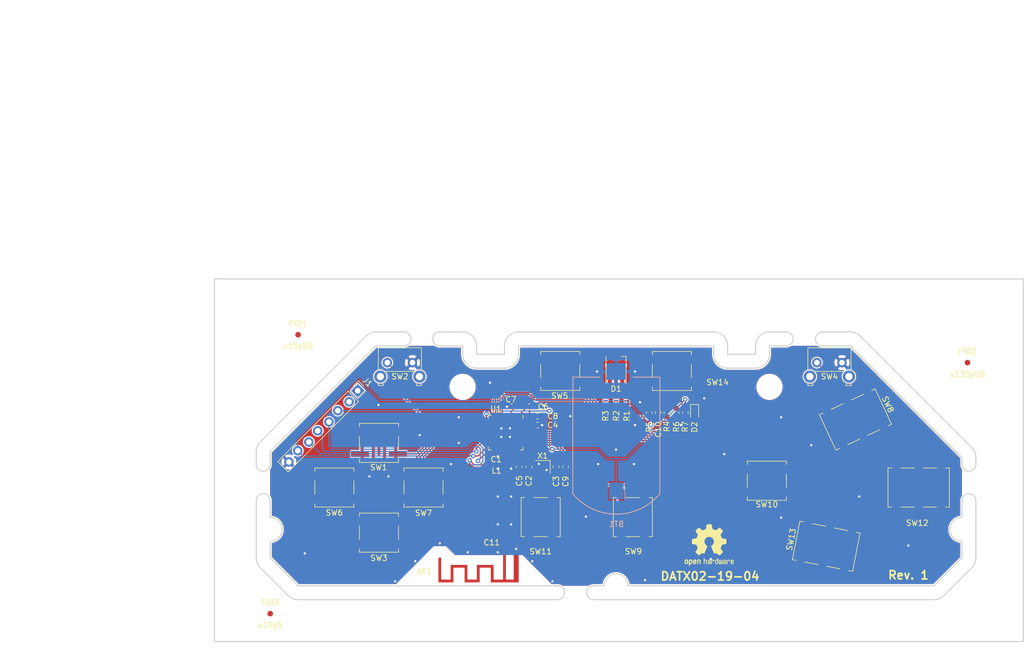
<source format=kicad_pcb>
(kicad_pcb (version 20171130) (host pcbnew 5.0.1)
  (layers (0 F.Cu signal) (31 B.Cu signal) (34 B.Paste user) (35 F.Paste user) (36 B.SilkS user) (37 F.SilkS user) (38 B.Mask user) (39 F.Mask user) (44 Edge.Cuts user))
  (net 0 "")
  (net 1 GND)
  (net 2 VCC)
  (net 3 "Net-(C1-Pad2)")
  (net 4 "Net-(C2-Pad1)")
  (net 5 "Net-(C3-Pad1)")
  (net 6 "Net-(C4-Pad2)")
  (net 7 "Net-(C5-Pad2)")
  (net 8 "Net-(C6-Pad1)")
  (net 9 "Net-(D2-Pad2)")
  (net 10 /SWDIO)
  (net 11 /SWDCLK)
  (net 12 /P0.18)
  (net 13 /~RESET)
  (net 14 "Net-(AE1-Pad1)")
  (net 15 "Net-(D1-Pad6)")
  (net 16 "Net-(D1-Pad5)")
  (net 17 "Net-(D1-Pad4)")
  (net 18 /DPAD_UP)
  (net 19 /DPAD_DOWN)
  (net 20 /DPAD_LEFT)
  (net 21 /DPAD_RIGHT)
  (net 22 /BTN_SELECT)
  (net 23 /BTN_BLUETOOTH)
  (net 24 /BTN_X)
  (net 25 /BTN_START)
  (net 26 /BTN_Y)
  (net 27 /BTN_A)
  (net 28 /BTN_B)
  (net 29 "Net-(C10-Pad2)")
  (net 30 /RESET_SENSE)
  (net 31 /BTN_L)
  (net 32 /BTN_R)
  (net 33 /LED_R)
  (net 34 /LED_G)
  (net 35 /LED_B)
  (module DATX02:MountingHole_4.3mm_M4 (layer F.Cu) (at 188.5 93.35)
    (fp_text reference REF** hide)
    (fp_text value MountingHole_4.3mm_M4)
    (pad 1 np_thru_hole circle (at 0 0) (size 4.3 4.3) (drill 4.3) (layers *.Cu *.Mask))
  )
  (module DATX02:MountingHole_4.3mm_M4 (layer F.Cu) (at 133.5 93.35)
    (fp_text reference REF** hide)
    (fp_text value MountingHole_4.3mm_M4)
    (pad 1 np_thru_hole circle (at 0 0) (size 4.3 4.3) (drill 4.3) (layers *.Cu *.Mask))
  )
  (module DATX02:Texas_SWRA117D_2.4GHz_Right_MOD (layer F.Cu) (at 141 123.25 180)
    (fp_text reference AE1 (at 14.35 -3.175 180) (layer F.SilkS))
    (fp_text value Antenna_Shield)
    (fp_poly (pts (xy 2.45 -2.51) (xy 4.45 -2.51) (xy 4.45 -5.15) (xy 7.15 -5.15) (xy 7.15 -2.51) (xy 9.15 -2.51) (xy 9.15 -5.15) (xy 11.85 -5.15) (xy 11.85 -0.71) (xy 11.35 -0.71) (xy 11.35 -4.65) (xy 9.65 -4.65) (xy 9.65 -2.01) (xy 6.65 -2.01) (xy 6.65 -4.65) (xy 4.95 -4.65) (xy 4.95 -2.01) (xy 1.95 -2.01) (xy 1.95 -4.65) (xy 0.25 -4.65) (xy 0.25 0.25) (xy -0.25 0.25) (xy -0.25 -4.65) (xy -1.65 -4.65) (xy -1.65 0.25) (xy -2.55 0.25) (xy -2.55 0.006785) (xy -2.247583 0.006785) (xy -2.237742 0.054395) (xy -2.213674 0.096797) (xy -2.175731 0.129581) (xy -2.167819 0.133935) (xy -2.125156 0.146043) (xy -2.076637 0.1453) (xy -2.031122 0.1324) (xy -2.012511 0.121787) (xy -1.978868 0.086553) (xy -1.958309 0.041368) (xy -1.951778 -0.008158) (xy -1.960218 -0.056417) (xy -1.977112 -0.088643) (xy -2.012372 -0.121313) (xy -2.057682 -0.141408) (xy -2.107267 -0.147982) (xy -2.155353 -0.140092) (xy -2.188245 -0.123186) (xy -2.223185 -0.086416) (xy -2.242847 -0.041622) (xy -2.247583 0.006785) (xy -2.55 0.006785) (xy -2.55 -5.15) (xy 2.45 -5.15) (xy 2.45 -2.51)) (layer F.Cu) (width 0))
    (pad 1 connect rect (at 0 0 180) (size 0.5 0.5) (layers F.Cu) (net 14 "Net-(AE1-Pad1)"))
    (pad 2 smd rect (at -2.1 0 180) (size 0.9 0.5) (layers F.Cu) (net 1 GND))
  )
  (module DATX02:S8421-45R (layer B.Cu) (at 161.05 103.5)
    (fp_text reference BT1 (at 0 14.45) (layer B.SilkS) (effects (justify mirror)))
    (fp_text value Battery_Cell)
    (pad 1 smd rect (at 0 7) (size 2.6 3) (drill (offset 0 1.5)) (layers B.Cu B.Mask) (net 2 VCC))
    (pad 2 smd rect (at 0 -11.4) (size 3.6 3) (drill (offset 0 -1.5)) (layers B.Cu B.Mask) (net 1 GND))
  )
  (module DATX02:PinHeader_1x08_P2.54mm_Staggered (layer F.Cu) (at 114.8 94.15 315)
    (fp_text reference J1 (at 0 -2.33 315) (layer F.SilkS))
    (fp_text value Conn_01x08_Female)
    (pad 8 thru_hole oval (at 0.15 17.749999 315) (size 1.7 1.7) (drill 1) (layers *.Cu *.Mask) (net 1 GND))
    (pad 7 thru_hole oval (at -0.15 15.2 315) (size 1.7 1.7) (drill 1) (layers *.Cu *.Mask) (net 13 /~RESET))
    (pad 6 thru_hole oval (at 0.15 12.7 315) (size 1.7 1.7) (drill 1) (layers *.Cu *.Mask) (net 12 /P0.18))
    (pad 5 thru_hole oval (at -0.15 10.15 315) (size 1.7 1.7) (drill 1) (layers *.Cu *.Mask) (net 11 /SWDCLK))
    (pad 4 thru_hole oval (at 0.15 7.600001 315) (size 1.7 1.7) (drill 1) (layers *.Cu *.Mask) (net 10 /SWDIO))
    (pad 3 thru_hole oval (at -0.15 5.05 315) (size 1.7 1.7) (drill 1) (layers *.Cu *.Mask) (net 2 VCC))
    (pad 2 thru_hole oval (at 0.15 2.5 315) (size 1.7 1.7) (drill 1) (layers *.Cu *.Mask))
    (pad 1 thru_hole rect (at -0.15 0 315) (size 1.7 1.7) (drill 1) (layers *.Cu *.Mask))
  )
  (module Capacitor_SMD:C_0603_1608Metric (layer F.Cu) (at 143.65 107.6875 90)
    (fp_text reference C5 (at -2.5125 0 270) (layer F.SilkS))
    (fp_text value 100pF)
    (pad 2 smd roundrect (at 0.7875 0 90) (size 0.875 0.95) (layers F.Cu F.Paste F.Mask) (net 7 "Net-(C5-Pad2)"))
    (pad 1 smd roundrect (at -0.7875 0 90) (size 0.875 0.95) (layers F.Cu F.Paste F.Mask) (net 1 GND))
  )
  (module Fiducial:Fiducial_1mm_Mask2mm (layer F.Cu) (at 224 89)
    (fp_text reference FID2 (at 0 -2) (layer F.SilkS))
    (fp_text value x135y50 (at 0 2.1) (layer F.SilkS))
    (pad "" smd circle (at 0 0) (size 1 1) (layers F.Cu F.Mask) (clearance 0.5))
  )
  (module Fiducial:Fiducial_1mm_Mask2mm (layer F.Cu) (at 104 84)
    (fp_text reference FID1 (at 0 -2) (layer F.SilkS))
    (fp_text value x15y55 (at 0 2) (layer F.SilkS))
    (pad "" smd circle (at 0 0) (size 1 1) (layers F.Cu F.Mask) (clearance 0.5))
  )
  (module Diode_SMD:D_0603_1608Metric (layer F.Cu) (at 175.075 97.9875 270)
    (fp_text reference D2 (at 2.5725 0.015 270) (layer F.SilkS))
    (fp_text value D)
    (pad 1 smd roundrect (at -0.7875 0 270) (size 0.875 0.95) (layers F.Cu F.Paste F.Mask) (net 2 VCC))
    (pad 2 smd roundrect (at 0.7875 0 270) (size 0.875 0.95) (layers F.Cu F.Paste F.Mask) (net 9 "Net-(D2-Pad2)"))
  )
  (module DATX02:SW_SPST_EVQQ2_RUBBERDOME_DOUBLE (layer F.Cu) (at 200.638254 122.306618 79)
    (fp_text reference SW13 (at 0 -8.4 79) (layer F.SilkS))
    (fp_text value BTN_B)
    (pad 1 smd rect (at 3.4 -2 79) (size 3.2 1) (layers F.Cu F.Paste F.Mask) (net 28 /BTN_B))
    (pad 1 smd custom (at -3.4 -2 79) (size 3.2 1) (layers F.Cu F.Paste F.Mask) (net 28 /BTN_B) (options (clearance outline) (anchor rect)) (primitives))
    (pad 2 smd rect (at -3.4 2 79) (size 3.2 1) (layers F.Cu F.Paste F.Mask) (net 1 GND))
    (pad 2 smd rect (at 3.4 2 79) (size 3.2 1) (layers F.Cu F.Paste F.Mask) (net 1 GND))
    (pad 1 smd rect (at 3.4 -2 79) (size 3.2 1) (layers F.Cu F.Paste F.Mask) (net 28 /BTN_B))
    (pad 1 smd custom (at 0 -2 79) (size 0.5 0.5) (layers F.Cu F.Mask) (net 28 /BTN_B) (options (clearance outline) (anchor rect)) (primitives (gr_line (start -3 0) (end 3 0) (width 0.5)) (gr_line (start -3 -2.5) (end -3 2.5) (width 0.5)) (gr_line (start -1 -4) (end -1 4) (width 0.5)) (gr_line (start 1 -4) (end 1 4) (width 0.5)) (gr_line (start 3 -2.5) (end 3 2.5) (width 0.5))))
    (pad 2 smd custom (at -1 3 259) (size 0.5 0.5) (layers F.Cu F.Mask) (net 1 GND) (options (clearance outline) (anchor rect)) (primitives (gr_line (start -3 0) (end 1 0) (width 0.5)) (gr_line (start -3 0) (end -3 3.5) (width 0.5)) (gr_line (start -1 0) (end -1 4) (width 0.5)) (gr_line (start 1 0) (end 1 3.5) (width 0.5))))
    (pad 2 smd custom (at 1 -7 79) (size 0.5 0.5) (layers F.Cu F.Mask) (net 1 GND) (options (clearance outline) (anchor rect)) (primitives (gr_line (start -3 0) (end 1 0) (width 0.5)) (gr_line (start -3 0) (end -3 3.5) (width 0.5)) (gr_line (start -1 0) (end -1 4) (width 0.5)) (gr_line (start 1 0) (end 1 3.5) (width 0.5))))
    (pad 2 smd rect (at -3.4 -6 79) (size 3.2 1) (layers F.Cu F.Paste F.Mask) (net 1 GND))
    (pad 2 smd rect (at 3.4 -6 79) (size 3.2 1) (layers F.Cu F.Paste F.Mask) (net 1 GND))
  )
  (module DATX02:SW_SPST_EVQQ2_RUBBERDOME_NORMAL (layer F.Cu) (at 188.025 110.175 180)
    (fp_text reference SW10 (at 0 -4.25 180) (layer F.SilkS))
    (fp_text value BTN_Y)
    (pad 1 smd rect (at 3.4 -2 180) (size 3.2 1) (layers F.Cu F.Paste F.Mask) (net 26 /BTN_Y))
    (pad 1 smd custom (at -3.4 -2 180) (size 3.2 1) (layers F.Cu F.Paste F.Mask) (net 26 /BTN_Y) (options (clearance outline) (anchor rect)) (primitives))
    (pad 2 smd rect (at -3.4 2 180) (size 3.2 1) (layers F.Cu F.Paste F.Mask) (net 1 GND))
    (pad 2 smd rect (at 3.4 2 180) (size 3.2 1) (layers F.Cu F.Paste F.Mask) (net 1 GND))
    (pad 1 smd rect (at 3.4 -2 180) (size 3.2 1) (layers F.Cu F.Paste F.Mask) (net 26 /BTN_Y))
    (pad 1 smd custom (at 0 -3 180) (size 0.5 0.5) (layers F.Cu F.Mask) (net 26 /BTN_Y) (options (clearance outline) (anchor rect)) (primitives (gr_line (start -3 0) (end 3 0) (width 0.5)) (gr_line (start -3 0) (end -3 3.5) (width 0.5)) (gr_line (start -1 0) (end -1 5) (width 0.5)) (gr_line (start 1 0) (end 1 5) (width 0.5)) (gr_line (start 3 0) (end 3 3.5) (width 0.5))))
    (pad 2 smd custom (at -1 3) (size 0.5 0.5) (layers F.Cu F.Mask) (net 1 GND) (options (clearance outline) (anchor rect)) (primitives (gr_line (start -3 0) (end 1 0) (width 0.5)) (gr_line (start -3 0) (end -3 3.5) (width 0.5)) (gr_line (start -1 0) (end -1 5) (width 0.5)) (gr_line (start 1 0) (end 1 3.5) (width 0.5))))
  )
  (module DATX02:SW_SPST_EVQQ2_RUBBERDOME_DOUBLE (layer F.Cu) (at 202.112384 100.045237 295)
    (fp_text reference SW8 (at 0 -8.4 295) (layer F.SilkS))
    (fp_text value BTN_X)
    (pad 1 smd rect (at 3.4 -2 295) (size 3.2 1) (layers F.Cu F.Paste F.Mask) (net 24 /BTN_X))
    (pad 1 smd custom (at -3.4 -2 295) (size 3.2 1) (layers F.Cu F.Paste F.Mask) (net 24 /BTN_X) (options (clearance outline) (anchor rect)) (primitives))
    (pad 2 smd rect (at -3.4 2 295) (size 3.2 1) (layers F.Cu F.Paste F.Mask) (net 1 GND))
    (pad 2 smd rect (at 3.4 2 295) (size 3.2 1) (layers F.Cu F.Paste F.Mask) (net 1 GND))
    (pad 1 smd rect (at 3.4 -2 295) (size 3.2 1) (layers F.Cu F.Paste F.Mask) (net 24 /BTN_X))
    (pad 1 smd custom (at 0 -2.000001 295) (size 0.5 0.5) (layers F.Cu F.Mask) (net 24 /BTN_X) (options (clearance outline) (anchor rect)) (primitives (gr_line (start -3 0) (end 3 0) (width 0.5)) (gr_line (start -3 -2.5) (end -3 2.5) (width 0.5)) (gr_line (start -1 -4) (end -1 4) (width 0.5)) (gr_line (start 1 -4) (end 1 4) (width 0.5)) (gr_line (start 3 -2.5) (end 3 2.5) (width 0.5))))
    (pad 2 smd custom (at -1 3 115) (size 0.5 0.5) (layers F.Cu F.Mask) (net 1 GND) (options (clearance outline) (anchor rect)) (primitives (gr_line (start -3 0) (end 1 0) (width 0.5)) (gr_line (start -3 0) (end -3 3.5) (width 0.5)) (gr_line (start -1 0) (end -1 4) (width 0.5)) (gr_line (start 1 0) (end 1 3.5) (width 0.5))))
    (pad 2 smd custom (at 1 -7 295) (size 0.5 0.5) (layers F.Cu F.Mask) (net 1 GND) (options (clearance outline) (anchor rect)) (primitives (gr_line (start -3 0) (end 1 0) (width 0.5)) (gr_line (start -3 0) (end -3 3.5) (width 0.5)) (gr_line (start -1 0) (end -1 4) (width 0.5)) (gr_line (start 1 0) (end 1 3.5) (width 0.5))))
    (pad 2 smd rect (at -3.4 -6 295) (size 3.2 1) (layers F.Cu F.Paste F.Mask) (net 1 GND))
    (pad 2 smd rect (at 3.4 -6 295) (size 3.2 1) (layers F.Cu F.Paste F.Mask) (net 1 GND))
  )
  (module DATX02:SW_SPST_EVQQ2_RUBBERDOME_NORMAL (layer F.Cu) (at 171 90.5 180)
    (fp_text reference SW14 (at -8.2 -2.025 180) (layer F.SilkS))
    (fp_text value RESET)
    (pad 1 smd rect (at 3.4 -2 180) (size 3.2 1) (layers F.Cu F.Paste F.Mask) (net 29 "Net-(C10-Pad2)"))
    (pad 1 smd custom (at -3.4 -2 180) (size 3.2 1) (layers F.Cu F.Paste F.Mask) (net 29 "Net-(C10-Pad2)") (options (clearance outline) (anchor rect)) (primitives))
    (pad 2 smd rect (at -3.4 2 180) (size 3.2 1) (layers F.Cu F.Paste F.Mask) (net 1 GND))
    (pad 2 smd rect (at 3.4 2 180) (size 3.2 1) (layers F.Cu F.Paste F.Mask) (net 1 GND))
    (pad 1 smd rect (at 3.4 -2 180) (size 3.2 1) (layers F.Cu F.Paste F.Mask) (net 29 "Net-(C10-Pad2)"))
    (pad 1 smd custom (at 0 -3 180) (size 0.5 0.5) (layers F.Cu F.Mask) (net 29 "Net-(C10-Pad2)") (options (clearance outline) (anchor rect)) (primitives (gr_line (start -3 0) (end 3 0) (width 0.5)) (gr_line (start -3 0) (end -3 3.5) (width 0.5)) (gr_line (start -1 0) (end -1 5) (width 0.5)) (gr_line (start 1 0) (end 1 5) (width 0.5)) (gr_line (start 3 0) (end 3 3.5) (width 0.5))))
    (pad 2 smd custom (at -1 3) (size 0.5 0.5) (layers F.Cu F.Mask) (net 1 GND) (options (clearance outline) (anchor rect)) (primitives (gr_line (start -3 0) (end 1 0) (width 0.5)) (gr_line (start -3 0) (end -3 3.5) (width 0.5)) (gr_line (start -1 0) (end -1 5) (width 0.5)) (gr_line (start 1 0) (end 1 3.5) (width 0.5))))
  )
  (module Resistor_SMD:R_0603_1608Metric (layer F.Cu) (at 171.79 97.9775 90)
    (fp_text reference R6 (at -2.5225 0.01 90) (layer F.SilkS))
    (fp_text value 100k)
    (pad 1 smd roundrect (at -0.7875 0 90) (size 0.875 0.95) (layers F.Cu F.Paste F.Mask) (net 13 /~RESET))
    (pad 2 smd roundrect (at 0.7875 0 90) (size 0.875 0.95) (layers F.Cu F.Paste F.Mask) (net 2 VCC))
  )
  (module Resistor_SMD:R_0603_1608Metric (layer F.Cu) (at 170.13 97.9825 90)
    (fp_text reference R4 (at -2.4675 -0.03 90) (layer F.SilkS))
    (fp_text value 10k)
    (pad 2 smd roundrect (at 0.7875 0 90) (size 0.875 0.95) (layers F.Cu F.Paste F.Mask) (net 2 VCC))
    (pad 1 smd roundrect (at -0.7875 0 90) (size 0.875 0.95) (layers F.Cu F.Paste F.Mask) (net 29 "Net-(C10-Pad2)"))
  )
  (module Capacitor_SMD:C_0603_1608Metric (layer F.Cu) (at 168.55 97.9725 90)
    (fp_text reference C10 (at -3.0275 0.01 90) (layer F.SilkS))
    (fp_text value 100n)
    (pad 1 smd roundrect (at -0.7875 0 90) (size 0.875 0.95) (layers F.Cu F.Paste F.Mask) (net 13 /~RESET))
    (pad 2 smd roundrect (at 0.7875 0 90) (size 0.875 0.95) (layers F.Cu F.Paste F.Mask) (net 29 "Net-(C10-Pad2)"))
  )
  (module Package_DFN_QFN:QFN-48-1EP_6x6mm_P0.4mm_EP4.6x4.6mm (layer F.Cu) (at 141.2 101.55 270)
    (fp_text reference U1 (at -4.25 1.75) (layer F.SilkS))
    (fp_text value nRF52810-QFxx)
    (pad 48 smd roundrect (at -2.2 -2.95 270) (size 0.2 0.8) (layers F.Cu F.Paste F.Mask) (net 2 VCC))
    (pad 47 smd roundrect (at -1.8 -2.95 270) (size 0.2 0.8) (layers F.Cu F.Paste F.Mask))
    (pad 46 smd roundrect (at -1.399999 -2.95 270) (size 0.2 0.8) (layers F.Cu F.Paste F.Mask) (net 6 "Net-(C4-Pad2)"))
    (pad 45 smd roundrect (at -1 -2.95 270) (size 0.2 0.8) (layers F.Cu F.Paste F.Mask) (net 1 GND))
    (pad 44 smd roundrect (at -0.6 -2.95 270) (size 0.2 0.8) (layers F.Cu F.Paste F.Mask))
    (pad 43 smd roundrect (at -0.199999 -2.95 270) (size 0.2 0.8) (layers F.Cu F.Paste F.Mask) (net 32 /BTN_R))
    (pad 42 smd roundrect (at 0.199999 -2.95 270) (size 0.2 0.8) (layers F.Cu F.Paste F.Mask) (net 24 /BTN_X))
    (pad 41 smd roundrect (at 0.6 -2.95 270) (size 0.2 0.8) (layers F.Cu F.Paste F.Mask) (net 27 /BTN_A))
    (pad 40 smd roundrect (at 1 -2.95 270) (size 0.2 0.8) (layers F.Cu F.Paste F.Mask) (net 28 /BTN_B))
    (pad 39 smd roundrect (at 1.399999 -2.95 270) (size 0.2 0.8) (layers F.Cu F.Paste F.Mask) (net 26 /BTN_Y))
    (pad 38 smd roundrect (at 1.8 -2.95 270) (size 0.2 0.8) (layers F.Cu F.Paste F.Mask) (net 25 /BTN_START))
    (pad 37 smd roundrect (at 2.2 -2.95 270) (size 0.2 0.8) (layers F.Cu F.Paste F.Mask) (net 22 /BTN_SELECT))
    (pad 36 smd roundrect (at 2.95 -2.2 270) (size 0.8 0.2) (layers F.Cu F.Paste F.Mask) (net 2 VCC))
    (pad 35 smd roundrect (at 2.95 -1.8 270) (size 0.8 0.2) (layers F.Cu F.Paste F.Mask) (net 5 "Net-(C3-Pad1)"))
    (pad 34 smd roundrect (at 2.95 -1.399999 270) (size 0.8 0.2) (layers F.Cu F.Paste F.Mask) (net 4 "Net-(C2-Pad1)"))
    (pad 33 smd roundrect (at 2.95 -1 270) (size 0.8 0.2) (layers F.Cu F.Paste F.Mask) (net 7 "Net-(C5-Pad2)"))
    (pad 32 smd roundrect (at 2.95 -0.6 270) (size 0.8 0.2) (layers F.Cu F.Paste F.Mask))
    (pad 31 smd roundrect (at 2.95 -0.199999 270) (size 0.8 0.2) (layers F.Cu F.Paste F.Mask) (net 1 GND))
    (pad 30 smd roundrect (at 2.95 0.199999 270) (size 0.8 0.2) (layers F.Cu F.Paste F.Mask) (net 3 "Net-(C1-Pad2)"))
    (pad 29 smd roundrect (at 2.95 0.6 270) (size 0.8 0.2) (layers F.Cu F.Paste F.Mask))
    (pad 28 smd roundrect (at 2.95 1 270) (size 0.8 0.2) (layers F.Cu F.Paste F.Mask))
    (pad 27 smd roundrect (at 2.95 1.399999 270) (size 0.8 0.2) (layers F.Cu F.Paste F.Mask))
    (pad 26 smd roundrect (at 2.95 1.8 270) (size 0.8 0.2) (layers F.Cu F.Paste F.Mask) (net 10 /SWDIO))
    (pad 25 smd roundrect (at 2.95 2.2 270) (size 0.8 0.2) (layers F.Cu F.Paste F.Mask) (net 11 /SWDCLK))
    (pad 24 smd roundrect (at 2.2 2.95 270) (size 0.2 0.8) (layers F.Cu F.Paste F.Mask) (net 13 /~RESET))
    (pad 23 smd roundrect (at 1.8 2.95 270) (size 0.2 0.8) (layers F.Cu F.Paste F.Mask))
    (pad 22 smd roundrect (at 1.399999 2.95 270) (size 0.2 0.8) (layers F.Cu F.Paste F.Mask))
    (pad 21 smd roundrect (at 1 2.95 270) (size 0.2 0.8) (layers F.Cu F.Paste F.Mask) (net 12 /P0.18))
    (pad 20 smd roundrect (at 0.6 2.95 270) (size 0.2 0.8) (layers F.Cu F.Paste F.Mask) (net 21 /DPAD_RIGHT))
    (pad 19 smd roundrect (at 0.199999 2.95 270) (size 0.2 0.8) (layers F.Cu F.Paste F.Mask) (net 19 /DPAD_DOWN))
    (pad 18 smd roundrect (at -0.199999 2.95 270) (size 0.2 0.8) (layers F.Cu F.Paste F.Mask) (net 20 /DPAD_LEFT))
    (pad 17 smd roundrect (at -0.6 2.95 270) (size 0.2 0.8) (layers F.Cu F.Paste F.Mask) (net 18 /DPAD_UP))
    (pad 16 smd roundrect (at -1 2.95 270) (size 0.2 0.8) (layers F.Cu F.Paste F.Mask) (net 31 /BTN_L))
    (pad 15 smd roundrect (at -1.399999 2.95 270) (size 0.2 0.8) (layers F.Cu F.Paste F.Mask))
    (pad 14 smd roundrect (at -1.8 2.95 270) (size 0.2 0.8) (layers F.Cu F.Paste F.Mask))
    (pad 13 smd roundrect (at -2.2 2.95 270) (size 0.2 0.8) (layers F.Cu F.Paste F.Mask) (net 2 VCC))
    (pad 12 smd roundrect (at -2.95 2.2 270) (size 0.8 0.2) (layers F.Cu F.Paste F.Mask) (net 23 /BTN_BLUETOOTH))
    (pad 11 smd roundrect (at -2.95 1.8 270) (size 0.8 0.2) (layers F.Cu F.Paste F.Mask) (net 35 /LED_B))
    (pad 10 smd roundrect (at -2.95 1.399999 270) (size 0.8 0.2) (layers F.Cu F.Paste F.Mask) (net 34 /LED_G))
    (pad 9 smd roundrect (at -2.95 1 270) (size 0.8 0.2) (layers F.Cu F.Paste F.Mask) (net 33 /LED_R))
    (pad 8 smd roundrect (at -2.95 0.6 270) (size 0.8 0.2) (layers F.Cu F.Paste F.Mask) (net 30 /RESET_SENSE))
    (pad 7 smd roundrect (at -2.95 0.199999 270) (size 0.8 0.2) (layers F.Cu F.Paste F.Mask))
    (pad 6 smd roundrect (at -2.95 -0.199999 270) (size 0.8 0.2) (layers F.Cu F.Paste F.Mask))
    (pad 5 smd roundrect (at -2.95 -0.6 270) (size 0.8 0.2) (layers F.Cu F.Paste F.Mask))
    (pad 4 smd roundrect (at -2.95 -1 270) (size 0.8 0.2) (layers F.Cu F.Paste F.Mask) (net 2 VCC))
    (pad 3 smd roundrect (at -2.95 -1.399999 270) (size 0.8 0.2) (layers F.Cu F.Paste F.Mask))
    (pad 2 smd roundrect (at -2.95 -1.8 270) (size 0.8 0.2) (layers F.Cu F.Paste F.Mask))
    (pad 1 smd roundrect (at -2.95 -2.2 270) (size 0.8 0.2) (layers F.Cu F.Paste F.Mask) (net 8 "Net-(C6-Pad1)"))
    (pad 49 smd roundrect (at 0 0 270) (size 4.6 4.6) (layers F.Cu F.Mask) (roundrect_rratio 0.054348) (net 1 GND))
  )
  (module DATX02:SW_SPST_EVQQ2_RUBBERDOME_NORMAL (layer F.Cu) (at 147.4967 116.689 90)
    (fp_text reference SW11 (at -6.161 -0.0217 180) (layer F.SilkS))
    (fp_text value BTN_SELECT)
    (pad 2 smd custom (at -1 3 270) (size 0.5 0.5) (layers F.Cu F.Mask) (net 1 GND) (options (clearance outline) (anchor rect)) (primitives (gr_line (start -3 0) (end 1 0) (width 0.5)) (gr_line (start -3 0) (end -3 3.5) (width 0.5)) (gr_line (start -1 0) (end -1 5) (width 0.5)) (gr_line (start 1 0) (end 1 3.5) (width 0.5))))
    (pad 1 smd custom (at 0 -3 90) (size 0.5 0.5) (layers F.Cu F.Mask) (net 22 /BTN_SELECT) (options (clearance outline) (anchor rect)) (primitives (gr_line (start -3 0) (end 3 0) (width 0.5)) (gr_line (start -3 0) (end -3 3.5) (width 0.5)) (gr_line (start -1 0) (end -1 5) (width 0.5)) (gr_line (start 1 0) (end 1 5) (width 0.5)) (gr_line (start 3 0) (end 3 3.5) (width 0.5))))
    (pad 1 smd rect (at 3.4 -2 90) (size 3.2 1) (layers F.Cu F.Paste F.Mask) (net 22 /BTN_SELECT))
    (pad 2 smd rect (at 3.4 2 90) (size 3.2 1) (layers F.Cu F.Paste F.Mask) (net 1 GND))
    (pad 2 smd rect (at -3.4 2 90) (size 3.2 1) (layers F.Cu F.Paste F.Mask) (net 1 GND))
    (pad 1 smd custom (at -3.4 -2 90) (size 3.2 1) (layers F.Cu F.Paste F.Mask) (net 22 /BTN_SELECT) (options (clearance outline) (anchor rect)) (primitives))
    (pad 1 smd rect (at 3.4 -2 90) (size 3.2 1) (layers F.Cu F.Paste F.Mask) (net 22 /BTN_SELECT))
  )
  (module DATX02:SW_SPST_EVQQ2_RUBBERDOME_NORMAL (layer F.Cu) (at 164 116.7 270)
    (fp_text reference SW9 (at 6.136 -0.1033) (layer F.SilkS))
    (fp_text value BTN_START)
    (pad 2 smd custom (at -1 3 90) (size 0.5 0.5) (layers F.Cu F.Mask) (net 1 GND) (options (clearance outline) (anchor rect)) (primitives (gr_line (start -3 0) (end 1 0) (width 0.5)) (gr_line (start -3 0) (end -3 3.5) (width 0.5)) (gr_line (start -1 0) (end -1 5) (width 0.5)) (gr_line (start 1 0) (end 1 3.5) (width 0.5))))
    (pad 1 smd custom (at 0 -3 270) (size 0.5 0.5) (layers F.Cu F.Mask) (net 25 /BTN_START) (options (clearance outline) (anchor rect)) (primitives (gr_line (start -3 0) (end 3 0) (width 0.5)) (gr_line (start -3 0) (end -3 3.5) (width 0.5)) (gr_line (start -1 0) (end -1 5) (width 0.5)) (gr_line (start 1 0) (end 1 5) (width 0.5)) (gr_line (start 3 0) (end 3 3.5) (width 0.5))))
    (pad 1 smd rect (at 3.4 -2 270) (size 3.2 1) (layers F.Cu F.Paste F.Mask) (net 25 /BTN_START))
    (pad 2 smd rect (at 3.4 2 270) (size 3.2 1) (layers F.Cu F.Paste F.Mask) (net 1 GND))
    (pad 2 smd rect (at -3.4 2 270) (size 3.2 1) (layers F.Cu F.Paste F.Mask) (net 1 GND))
    (pad 1 smd custom (at -3.4 -2 270) (size 3.2 1) (layers F.Cu F.Paste F.Mask) (net 25 /BTN_START) (options (clearance outline) (anchor rect)) (primitives))
    (pad 1 smd rect (at 3.4 -2 270) (size 3.2 1) (layers F.Cu F.Paste F.Mask) (net 25 /BTN_START))
  )
  (module DATX02:SW_SPST_EVQQ2_RUBBERDOME_NORMAL (layer F.Cu) (at 126.4967 111.389)
    (fp_text reference SW7 (at 0.0033 4.561) (layer F.SilkS))
    (fp_text value DPAD_RIGHT)
    (pad 2 smd custom (at -1 3 180) (size 0.5 0.5) (layers F.Cu F.Mask) (net 1 GND) (options (clearance outline) (anchor rect)) (primitives (gr_line (start -3 0) (end 1 0) (width 0.5)) (gr_line (start -3 0) (end -3 3.5) (width 0.5)) (gr_line (start -1 0) (end -1 5) (width 0.5)) (gr_line (start 1 0) (end 1 3.5) (width 0.5))))
    (pad 1 smd custom (at 0 -3) (size 0.5 0.5) (layers F.Cu F.Mask) (net 21 /DPAD_RIGHT) (options (clearance outline) (anchor rect)) (primitives (gr_line (start -3 0) (end 3 0) (width 0.5)) (gr_line (start -3 0) (end -3 3.5) (width 0.5)) (gr_line (start -1 0) (end -1 5) (width 0.5)) (gr_line (start 1 0) (end 1 5) (width 0.5)) (gr_line (start 3 0) (end 3 3.5) (width 0.5))))
    (pad 1 smd rect (at 3.4 -2) (size 3.2 1) (layers F.Cu F.Paste F.Mask) (net 21 /DPAD_RIGHT))
    (pad 2 smd rect (at 3.4 2) (size 3.2 1) (layers F.Cu F.Paste F.Mask) (net 1 GND))
    (pad 2 smd rect (at -3.4 2) (size 3.2 1) (layers F.Cu F.Paste F.Mask) (net 1 GND))
    (pad 1 smd custom (at -3.4 -2) (size 3.2 1) (layers F.Cu F.Paste F.Mask) (net 21 /DPAD_RIGHT) (options (clearance outline) (anchor rect)) (primitives))
    (pad 1 smd rect (at 3.4 -2) (size 3.2 1) (layers F.Cu F.Paste F.Mask) (net 21 /DPAD_RIGHT))
  )
  (module DATX02:SW_SPST_EVQQ2_RUBBERDOME_NORMAL (layer F.Cu) (at 110.4967 111.389)
    (fp_text reference SW6 (at 0.0033 4.511) (layer F.SilkS))
    (fp_text value DPAD_LEFT)
    (pad 2 smd custom (at -1 3 180) (size 0.5 0.5) (layers F.Cu F.Mask) (net 1 GND) (options (clearance outline) (anchor rect)) (primitives (gr_line (start -3 0) (end 1 0) (width 0.5)) (gr_line (start -3 0) (end -3 3.5) (width 0.5)) (gr_line (start -1 0) (end -1 5) (width 0.5)) (gr_line (start 1 0) (end 1 3.5) (width 0.5))))
    (pad 1 smd custom (at 0 -3) (size 0.5 0.5) (layers F.Cu F.Mask) (net 20 /DPAD_LEFT) (options (clearance outline) (anchor rect)) (primitives (gr_line (start -3 0) (end 3 0) (width 0.5)) (gr_line (start -3 0) (end -3 3.5) (width 0.5)) (gr_line (start -1 0) (end -1 5) (width 0.5)) (gr_line (start 1 0) (end 1 5) (width 0.5)) (gr_line (start 3 0) (end 3 3.5) (width 0.5))))
    (pad 1 smd rect (at 3.4 -2) (size 3.2 1) (layers F.Cu F.Paste F.Mask) (net 20 /DPAD_LEFT))
    (pad 2 smd rect (at 3.4 2) (size 3.2 1) (layers F.Cu F.Paste F.Mask) (net 1 GND))
    (pad 2 smd rect (at -3.4 2) (size 3.2 1) (layers F.Cu F.Paste F.Mask) (net 1 GND))
    (pad 1 smd custom (at -3.4 -2) (size 3.2 1) (layers F.Cu F.Paste F.Mask) (net 20 /DPAD_LEFT) (options (clearance outline) (anchor rect)) (primitives))
    (pad 1 smd rect (at 3.4 -2) (size 3.2 1) (layers F.Cu F.Paste F.Mask) (net 20 /DPAD_LEFT))
  )
  (module DATX02:SW_SPST_EVQQ2_RUBBERDOME_NORMAL (layer F.Cu) (at 150.9967 90.489 180)
    (fp_text reference SW5 (at 0.0967 -4.461 180) (layer F.SilkS))
    (fp_text value BTN_BLUTOOTH)
    (pad 2 smd custom (at -1 3) (size 0.5 0.5) (layers F.Cu F.Mask) (net 1 GND) (options (clearance outline) (anchor rect)) (primitives (gr_line (start -3 0) (end 1 0) (width 0.5)) (gr_line (start -3 0) (end -3 3.5) (width 0.5)) (gr_line (start -1 0) (end -1 5) (width 0.5)) (gr_line (start 1 0) (end 1 3.5) (width 0.5))))
    (pad 1 smd custom (at 0 -3 180) (size 0.5 0.5) (layers F.Cu F.Mask) (net 23 /BTN_BLUETOOTH) (options (clearance outline) (anchor rect)) (primitives (gr_line (start -3 0) (end 3 0) (width 0.5)) (gr_line (start -3 0) (end -3 3.5) (width 0.5)) (gr_line (start -1 0) (end -1 5) (width 0.5)) (gr_line (start 1 0) (end 1 5) (width 0.5)) (gr_line (start 3 0) (end 3 3.5) (width 0.5))))
    (pad 1 smd rect (at 3.4 -2 180) (size 3.2 1) (layers F.Cu F.Paste F.Mask) (net 23 /BTN_BLUETOOTH))
    (pad 2 smd rect (at 3.4 2 180) (size 3.2 1) (layers F.Cu F.Paste F.Mask) (net 1 GND))
    (pad 2 smd rect (at -3.4 2 180) (size 3.2 1) (layers F.Cu F.Paste F.Mask) (net 1 GND))
    (pad 1 smd custom (at -3.4 -2 180) (size 3.2 1) (layers F.Cu F.Paste F.Mask) (net 23 /BTN_BLUETOOTH) (options (clearance outline) (anchor rect)) (primitives))
    (pad 1 smd rect (at 3.4 -2 180) (size 3.2 1) (layers F.Cu F.Paste F.Mask) (net 23 /BTN_BLUETOOTH))
  )
  (module DATX02:SW_SPST_EVQQ2_RUBBERDOME_NORMAL (layer F.Cu) (at 118.4967 119.489)
    (fp_text reference SW3 (at 0.0033 4.536) (layer F.SilkS))
    (fp_text value DPAD_DOWN)
    (pad 2 smd custom (at -1 3 180) (size 0.5 0.5) (layers F.Cu F.Mask) (net 1 GND) (options (clearance outline) (anchor rect)) (primitives (gr_line (start -3 0) (end 1 0) (width 0.5)) (gr_line (start -3 0) (end -3 3.5) (width 0.5)) (gr_line (start -1 0) (end -1 5) (width 0.5)) (gr_line (start 1 0) (end 1 3.5) (width 0.5))))
    (pad 1 smd custom (at 0 -3) (size 0.5 0.5) (layers F.Cu F.Mask) (net 19 /DPAD_DOWN) (options (clearance outline) (anchor rect)) (primitives (gr_line (start -3 0) (end 3 0) (width 0.5)) (gr_line (start -3 0) (end -3 3.5) (width 0.5)) (gr_line (start -1 0) (end -1 5) (width 0.5)) (gr_line (start 1 0) (end 1 5) (width 0.5)) (gr_line (start 3 0) (end 3 3.5) (width 0.5))))
    (pad 1 smd rect (at 3.4 -2) (size 3.2 1) (layers F.Cu F.Paste F.Mask) (net 19 /DPAD_DOWN))
    (pad 2 smd rect (at 3.4 2) (size 3.2 1) (layers F.Cu F.Paste F.Mask) (net 1 GND))
    (pad 2 smd rect (at -3.4 2) (size 3.2 1) (layers F.Cu F.Paste F.Mask) (net 1 GND))
    (pad 1 smd custom (at -3.4 -2) (size 3.2 1) (layers F.Cu F.Paste F.Mask) (net 19 /DPAD_DOWN) (options (clearance outline) (anchor rect)) (primitives))
    (pad 1 smd rect (at 3.4 -2) (size 3.2 1) (layers F.Cu F.Paste F.Mask) (net 19 /DPAD_DOWN))
  )
  (module DATX02:SW_SPST_EVQQ2_RUBBERDOME_NORMAL (layer F.Cu) (at 118.4967 103.389 180)
    (fp_text reference SW1 (at 0.0467 -4.386 180) (layer F.SilkS))
    (fp_text value DPAD_UP)
    (pad 2 smd custom (at -1 3) (size 0.5 0.5) (layers F.Cu F.Mask) (net 1 GND) (options (clearance outline) (anchor rect)) (primitives (gr_line (start -3 0) (end 1 0) (width 0.5)) (gr_line (start -3 0) (end -3 3.5) (width 0.5)) (gr_line (start -1 0) (end -1 5) (width 0.5)) (gr_line (start 1 0) (end 1 3.5) (width 0.5))))
    (pad 1 smd custom (at 0 -3 180) (size 0.5 0.5) (layers F.Cu F.Mask) (net 18 /DPAD_UP) (options (clearance outline) (anchor rect)) (primitives (gr_line (start -3 0) (end 3 0) (width 0.5)) (gr_line (start -3 0) (end -3 3.5) (width 0.5)) (gr_line (start -1 0) (end -1 5) (width 0.5)) (gr_line (start 1 0) (end 1 5) (width 0.5)) (gr_line (start 3 0) (end 3 3.5) (width 0.5))))
    (pad 1 smd rect (at 3.4 -2 180) (size 3.2 1) (layers F.Cu F.Paste F.Mask) (net 18 /DPAD_UP))
    (pad 2 smd rect (at 3.4 2 180) (size 3.2 1) (layers F.Cu F.Paste F.Mask) (net 1 GND))
    (pad 2 smd rect (at -3.4 2 180) (size 3.2 1) (layers F.Cu F.Paste F.Mask) (net 1 GND))
    (pad 1 smd custom (at -3.4 -2 180) (size 3.2 1) (layers F.Cu F.Paste F.Mask) (net 18 /DPAD_UP) (options (clearance outline) (anchor rect)) (primitives))
    (pad 1 smd rect (at 3.4 -2 180) (size 3.2 1) (layers F.Cu F.Paste F.Mask) (net 18 /DPAD_UP))
  )
  (module LED_SMD:LED_RGB_PLCC-6 (layer F.Cu) (at 161 90.45 270)
    (fp_text reference D1 (at 3.25 0 180) (layer F.SilkS))
    (fp_text value LED_RGB)
    (pad 6 smd rect (at 1.55 -1.1) (size 0.7 1.3) (layers F.Cu F.Paste F.Mask) (net 15 "Net-(D1-Pad6)"))
    (pad 5 smd rect (at 1.55 0) (size 0.7 1.3) (layers F.Cu F.Paste F.Mask) (net 16 "Net-(D1-Pad5)"))
    (pad 4 smd rect (at 1.55 1.1) (size 0.7 1.3) (layers F.Cu F.Paste F.Mask) (net 17 "Net-(D1-Pad4)"))
    (pad 3 smd rect (at -1.55 1.1) (size 0.7 1.3) (layers F.Cu F.Paste F.Mask) (net 1 GND))
    (pad 2 smd rect (at -1.55 0) (size 0.7 1.3) (layers F.Cu F.Paste F.Mask) (net 1 GND))
    (pad 1 smd rect (at -1.55 -1.1) (size 0.7 1.3) (layers F.Cu F.Paste F.Mask) (net 1 GND))
  )
  (module Crystal:Crystal_SMD_2016-4Pin_2.0x1.6mm (layer F.Cu) (at 147.85 107.7 180)
    (fp_text reference X1 (at 0.006264 2.003139 180) (layer F.SilkS))
    (fp_text value 32MHz)
    (pad 4 smd rect (at -0.7 -0.55 180) (size 0.9 0.8) (layers F.Cu F.Paste F.Mask) (net 1 GND))
    (pad 3 smd rect (at 0.7 -0.55 180) (size 0.9 0.8) (layers F.Cu F.Paste F.Mask) (net 4 "Net-(C2-Pad1)"))
    (pad 2 smd rect (at 0.7 0.55 180) (size 0.9 0.8) (layers F.Cu F.Paste F.Mask) (net 1 GND))
    (pad 1 smd rect (at -0.7 0.55 180) (size 0.9 0.8) (layers F.Cu F.Paste F.Mask) (net 5 "Net-(C3-Pad1)"))
  )
  (module Resistor_SMD:R_0603_1608Metric (layer F.Cu) (at 159.125 95.825 90)
    (fp_text reference R3 (at -2.7375 0 90) (layer F.SilkS))
    (fp_text value R)
    (pad 2 smd roundrect (at 0.7875 0 90) (size 0.875 0.95) (layers F.Cu F.Paste F.Mask) (net 17 "Net-(D1-Pad4)"))
    (pad 1 smd roundrect (at -0.7875 0 90) (size 0.875 0.95) (layers F.Cu F.Paste F.Mask) (net 35 /LED_B))
  )
  (module Resistor_SMD:R_0603_1608Metric (layer F.Cu) (at 161.025 95.825 90)
    (fp_text reference R2 (at -2.725 0.025 90) (layer F.SilkS))
    (fp_text value R)
    (pad 2 smd roundrect (at 0.7875 0 90) (size 0.875 0.95) (layers F.Cu F.Paste F.Mask) (net 16 "Net-(D1-Pad5)"))
    (pad 1 smd roundrect (at -0.7875 0 90) (size 0.875 0.95) (layers F.Cu F.Paste F.Mask) (net 34 /LED_G))
  )
  (module Resistor_SMD:R_0603_1608Metric (layer F.Cu) (at 162.925 95.8375 90)
    (fp_text reference R1 (at -2.7375 0 90) (layer F.SilkS))
    (fp_text value R)
    (pad 2 smd roundrect (at 0.7875 0 90) (size 0.875 0.95) (layers F.Cu F.Paste F.Mask) (net 15 "Net-(D1-Pad6)"))
    (pad 1 smd roundrect (at -0.7875 0 90) (size 0.875 0.95) (layers F.Cu F.Paste F.Mask) (net 33 /LED_R))
  )
  (module Inductor_SMD:L_0402_1005Metric (layer F.Cu) (at 141.025 108.315 90)
    (fp_text reference L1 (at -0.065 -1.45 180) (layer F.SilkS))
    (fp_text value 3.9nH)
    (pad 2 smd roundrect (at 0.485 0 90) (size 0.59 0.64) (layers F.Cu F.Paste F.Mask) (net 3 "Net-(C1-Pad2)"))
    (pad 1 smd roundrect (at -0.485 0 90) (size 0.59 0.64) (layers F.Cu F.Paste F.Mask) (net 14 "Net-(AE1-Pad1)"))
  )
  (module Capacitor_SMD:C_0603_1608Metric (layer F.Cu) (at 151.95 107.6875 90)
    (fp_text reference C9 (at -2.6125 0 90) (layer F.SilkS))
    (fp_text value 4.7u)
    (pad 2 smd roundrect (at 0.7875 0 90) (size 0.875 0.95) (layers F.Cu F.Paste F.Mask) (net 2 VCC))
    (pad 1 smd roundrect (at -0.7875 0 90) (size 0.875 0.95) (layers F.Cu F.Paste F.Mask) (net 1 GND))
  )
  (module Capacitor_SMD:C_0603_1608Metric (layer F.Cu) (at 146.937501 98.6 180)
    (fp_text reference C8 (at -2.712499 0 180) (layer F.SilkS))
    (fp_text value 100nF)
    (pad 2 smd roundrect (at 0.787501 0 180) (size 0.875 0.95) (layers F.Cu F.Paste F.Mask) (net 2 VCC))
    (pad 1 smd roundrect (at -0.787501 0 180) (size 0.875 0.95) (layers F.Cu F.Paste F.Mask) (net 1 GND))
  )
  (module Capacitor_SMD:C_0603_1608Metric (layer F.Cu) (at 142.25 96.9)
    (fp_text reference C7 (at -0.1 -1.3) (layer F.SilkS))
    (fp_text value 100nF)
    (pad 2 smd roundrect (at 0.787501 0) (size 0.875 0.95) (layers F.Cu F.Paste F.Mask) (net 2 VCC))
    (pad 1 smd roundrect (at -0.787501 0) (size 0.875 0.95) (layers F.Cu F.Paste F.Mask) (net 1 GND))
  )
  (module Capacitor_SMD:C_0603_1608Metric (layer F.Cu) (at 145.437501 96.9)
    (fp_text reference C6 (at 2.512499 0) (layer F.SilkS))
    (fp_text value 100nF)
    (pad 2 smd roundrect (at 0.787501 0) (size 0.875 0.95) (layers F.Cu F.Paste F.Mask) (net 1 GND))
    (pad 1 smd roundrect (at -0.787501 0) (size 0.875 0.95) (layers F.Cu F.Paste F.Mask) (net 8 "Net-(C6-Pad1)"))
  )
  (module Capacitor_SMD:C_0603_1608Metric (layer F.Cu) (at 146.937501 100.2 180)
    (fp_text reference C4 (at -2.712499 0 180) (layer F.SilkS))
    (fp_text value 1uF)
    (pad 2 smd roundrect (at 0.787501 0 180) (size 0.875 0.95) (layers F.Cu F.Paste F.Mask) (net 6 "Net-(C4-Pad2)"))
    (pad 1 smd roundrect (at -0.787501 0 180) (size 0.875 0.95) (layers F.Cu F.Paste F.Mask) (net 1 GND))
  )
  (module Capacitor_SMD:C_0603_1608Metric (layer F.Cu) (at 150.25 107.6875 270)
    (fp_text reference C3 (at 2.6125 -0.018736 270) (layer F.SilkS))
    (fp_text value 12pF)
    (pad 2 smd roundrect (at 0.7875 0 270) (size 0.875 0.95) (layers F.Cu F.Paste F.Mask) (net 1 GND))
    (pad 1 smd roundrect (at -0.7875 0 270) (size 0.875 0.95) (layers F.Cu F.Paste F.Mask) (net 5 "Net-(C3-Pad1)"))
  )
  (module Capacitor_SMD:C_0603_1608Metric (layer F.Cu) (at 145.4 107.6875 90)
    (fp_text reference C2 (at -2.5125 -0.05 90) (layer F.SilkS))
    (fp_text value 12pF)
    (pad 2 smd roundrect (at 0.7875 0 90) (size 0.875 0.95) (layers F.Cu F.Paste F.Mask) (net 1 GND))
    (pad 1 smd roundrect (at -0.7875 0 90) (size 0.875 0.95) (layers F.Cu F.Paste F.Mask) (net 4 "Net-(C2-Pad1)"))
  )
  (module Capacitor_SMD:C_0402_1005Metric (layer F.Cu) (at 141.5 106.35 180)
    (fp_text reference C1 (at 2 0 180) (layer F.SilkS))
    (fp_text value 0.8pF)
    (pad 2 smd roundrect (at 0.485 0 180) (size 0.59 0.64) (layers F.Cu F.Paste F.Mask) (net 3 "Net-(C1-Pad2)"))
    (pad 1 smd roundrect (at -0.485 0 180) (size 0.59 0.64) (layers F.Cu F.Paste F.Mask) (net 1 GND))
  )
  (module Resistor_SMD:R_0603_1608Metric (layer F.Cu) (at 173.425 97.975 90)
    (fp_text reference R7 (at -2.525 -0.05 90) (layer F.SilkS))
    (fp_text value 100R)
    (pad 1 smd roundrect (at -0.7875 0 90) (size 0.875 0.95) (layers F.Cu F.Paste F.Mask) (net 13 /~RESET))
    (pad 2 smd roundrect (at 0.7875 0 90) (size 0.875 0.95) (layers F.Cu F.Paste F.Mask) (net 9 "Net-(D2-Pad2)"))
  )
  (module DATX02:SW_Tactile_SKHH_Angled_Fixed (layer F.Cu) (at 120 89)
    (fp_text reference SW2 (at 2.25 2.5) (layer F.SilkS))
    (fp_text value BTN_L)
    (pad "" thru_hole circle (at 5.75 2.5 180) (size 2.2 2.2) (drill 1.3) (layers *.Cu *.Mask))
    (pad "" thru_hole circle (at -1.25 2.5 180) (size 2.2 2.2) (drill 1.3) (layers *.Cu *.Mask))
    (pad 2 thru_hole circle (at 4.5 0 180) (size 1.7 1.7) (drill 1) (layers *.Cu *.Mask) (net 1 GND))
    (pad 1 thru_hole circle (at 0 0 180) (size 1.7 1.7) (drill 1) (layers *.Cu *.Mask) (net 31 /BTN_L))
  )
  (module DATX02:SW_Tactile_SKHH_Angled_Fixed (layer F.Cu) (at 197 89)
    (fp_text reference SW4 (at 2.25 2.5) (layer F.SilkS))
    (fp_text value BTN_R)
    (pad 1 thru_hole circle (at 0 0 180) (size 1.7 1.7) (drill 1) (layers *.Cu *.Mask) (net 32 /BTN_R))
    (pad 2 thru_hole circle (at 4.5 0 180) (size 1.7 1.7) (drill 1) (layers *.Cu *.Mask) (net 1 GND))
    (pad "" thru_hole circle (at -1.25 2.5 180) (size 2.2 2.2) (drill 1.3) (layers *.Cu *.Mask))
    (pad "" thru_hole circle (at 5.75 2.5 180) (size 2.2 2.2) (drill 1.3) (layers *.Cu *.Mask))
  )
  (module Resistor_SMD:R_0603_1608Metric (layer F.Cu) (at 166.95 97.9625 270)
    (fp_text reference R5 (at 2.5875 0 270) (layer F.SilkS))
    (fp_text value 10k)
    (pad 1 smd roundrect (at -0.7875 0 270) (size 0.875 0.95) (layers F.Cu F.Paste F.Mask) (net 29 "Net-(C10-Pad2)"))
    (pad 2 smd roundrect (at 0.7875 0 270) (size 0.875 0.95) (layers F.Cu F.Paste F.Mask) (net 30 /RESET_SENSE))
  )
  (module Symbol:OSHW-Logo2_9.8x8mm_SilkScreen (layer F.Cu) (at 177.7 121.7)
    (fp_text reference REF** hide)
    (fp_text value OSHW-Logo2_9.8x8mm_SilkScreen hide)
  )
  (module Fiducial:Fiducial_1mm_Mask2mm (layer F.Cu) (at 99 134)
    (fp_text reference FID3 (at 0 -2) (layer F.SilkS))
    (fp_text value x10y5 (at 0 2) (layer F.SilkS))
    (pad "" smd circle (at 0 0) (size 1 1) (layers F.Cu F.Mask) (clearance 0.5))
  )
  (module Capacitor_SMD:C_0402_1005Metric (layer F.Cu) (at 141.515 122.25)
    (fp_text reference C11 (at -2.8 -1) (layer F.SilkS))
    (fp_text value C)
    (pad 1 smd roundrect (at -0.485 0) (size 0.59 0.64) (layers F.Cu F.Paste F.Mask) (net 14 "Net-(AE1-Pad1)"))
    (pad 2 smd roundrect (at 0.485 0) (size 0.59 0.64) (layers F.Cu F.Paste F.Mask) (net 1 GND))
  )
  (module DATX02:SW_SPST_EVQQ2_RUBBERDOME_DOUBLE (layer F.Cu) (at 217.25 111.4 90)
    (fp_text reference SW12 (at -6.35 -2.25 180) (layer F.SilkS))
    (fp_text value BTN_A)
    (pad 1 smd rect (at 3.4 -2 90) (size 3.2 1) (layers F.Cu F.Paste F.Mask) (net 27 /BTN_A))
    (pad 1 smd custom (at -3.4 -2 90) (size 3.2 1) (layers F.Cu F.Paste F.Mask) (net 27 /BTN_A) (options (clearance outline) (anchor rect)) (primitives))
    (pad 2 smd rect (at -3.4 2 90) (size 3.2 1) (layers F.Cu F.Paste F.Mask) (net 1 GND))
    (pad 2 smd rect (at 3.4 2 90) (size 3.2 1) (layers F.Cu F.Paste F.Mask) (net 1 GND))
    (pad 1 smd rect (at 3.4 -2 90) (size 3.2 1) (layers F.Cu F.Paste F.Mask) (net 27 /BTN_A))
    (pad 1 smd custom (at 0 -2 90) (size 0.5 0.5) (layers F.Cu F.Mask) (net 27 /BTN_A) (options (clearance outline) (anchor rect)) (primitives (gr_line (start -3 0) (end 3 0) (width 0.5)) (gr_line (start -3 -2.5) (end -3 2.5) (width 0.5)) (gr_line (start -1 -4) (end -1 4) (width 0.5)) (gr_line (start 1 -4) (end 1 4) (width 0.5)) (gr_line (start 3 -2.5) (end 3 2.5) (width 0.5))))
    (pad 2 smd custom (at -1 3 270) (size 0.5 0.5) (layers F.Cu F.Mask) (net 1 GND) (options (clearance outline) (anchor rect)) (primitives (gr_line (start -3 0) (end 1 0) (width 0.5)) (gr_line (start -3 0) (end -3 3.5) (width 0.5)) (gr_line (start -1 0) (end -1 4) (width 0.5)) (gr_line (start 1 0) (end 1 3.5) (width 0.5))))
    (pad 2 smd custom (at 1 -7 90) (size 0.5 0.5) (layers F.Cu F.Mask) (net 1 GND) (options (clearance outline) (anchor rect)) (primitives (gr_line (start -3 0) (end 1 0) (width 0.5)) (gr_line (start -3 0) (end -3 3.5) (width 0.5)) (gr_line (start -1 0) (end -1 4) (width 0.5)) (gr_line (start 1 0) (end 1 3.5) (width 0.5))))
    (pad 2 smd rect (at -3.4 -6 90) (size 3.2 1) (layers F.Cu F.Paste F.Mask) (net 1 GND))
    (pad 2 smd rect (at 3.4 -6 90) (size 3.2 1) (layers F.Cu F.Paste F.Mask) (net 1 GND))
  )
  (gr_arc (start 104 129) (end 104 131.5) (angle 45) (layer Edge.Cuts) (width 0.2))
  (gr_line (start 104 131.5) (end 150.5 131.5) (layer Edge.Cuts) (width 0.2))
  (gr_arc (start 99 124) (end 96.5 124) (angle -45) (layer Edge.Cuts) (width 0.2))
  (gr_line (start 188.5 83.5) (end 191.5 83.5) (layer Edge.Cuts) (width 0.2))
  (gr_line (start 181 87.5) (end 186 87.5) (layer Edge.Cuts) (width 0.2))
  (gr_line (start 181 87.5) (end 181 86) (layer Edge.Cuts) (width 0.2))
  (gr_line (start 186 87.5) (end 186 86) (layer Edge.Cuts) (width 0.2))
  (gr_arc (start 188.5 86) (end 186 86) (angle 90) (layer Edge.Cuts) (width 0.2))
  (gr_arc (start 178.5 86) (end 178.5 83.5) (angle 90) (layer Edge.Cuts) (width 0.2))
  (gr_line (start 141 87.5) (end 141 86) (layer Edge.Cuts) (width 0.2))
  (gr_line (start 136 87.5) (end 141 87.5) (layer Edge.Cuts) (width 0.2))
  (gr_line (start 136 87.5) (end 136 86) (layer Edge.Cuts) (width 0.2))
  (gr_line (start 129.4 83.5) (end 133.5 83.5) (layer Edge.Cuts) (width 0.2))
  (gr_arc (start 133.5 86) (end 133.5 83.5) (angle 90) (layer Edge.Cuts) (width 0.2))
  (gr_arc (start 143.5 86) (end 141 86) (angle 90) (layer Edge.Cuts) (width 0.2))
  (gr_arc (start 161 129) (end 163.15 129) (angle -180) (layer Edge.Cuts) (width 0.2))
  (gr_line (start 224.75 125.8) (end 219.8 130.75) (layer Edge.Cuts) (width 0.2))
  (gr_arc (start 218 129) (end 218 131.5) (angle -45) (layer Edge.Cuts) (width 0.2))
  (gr_arc (start 223 124) (end 225.5 124) (angle 45) (layer Edge.Cuts) (width 0.2))
  (gr_line (start 97.23 125.77) (end 102.2 130.75) (layer Edge.Cuts) (width 0.2))
  (gr_line (start 224.75 104.2) (end 204.8 84.25) (layer Edge.Cuts) (width 0.2))
  (gr_arc (start 203 86) (end 203 83.5) (angle 45) (layer Edge.Cuts) (width 0.2))
  (gr_arc (start 223 106) (end 225.5 106) (angle -45) (layer Edge.Cuts) (width 0.2))
  (gr_arc (start 118 86) (end 118 83.5) (angle -45) (layer Edge.Cuts) (width 0.2))
  (gr_arc (start 99 105) (end 96.5 105) (angle 45) (layer Edge.Cuts) (width 0.2))
  (gr_line (start 97.232233 103.232233) (end 116.2 84.25) (layer Edge.Cuts) (width 0.2))
  (gr_line (start 188.5 87.5) (end 188.5 86) (layer Edge.Cuts) (width 0.2))
  (gr_line (start 181 90) (end 186 90) (layer Edge.Cuts) (width 0.2))
  (gr_line (start 178.5 87.5) (end 178.5 86) (layer Edge.Cuts) (width 0.2))
  (gr_arc (start 186 87.5) (end 188.5 87.5) (angle 90) (layer Edge.Cuts) (width 0.2))
  (gr_arc (start 181 87.5) (end 181 90) (angle 90) (layer Edge.Cuts) (width 0.2))
  (gr_arc (start 141 87.5) (end 143.5 87.5) (angle 90) (layer Edge.Cuts) (width 0.2))
  (gr_arc (start 136 87.5) (end 136 90) (angle 90) (layer Edge.Cuts) (width 0.2))
  (gr_line (start 218 131.5) (end 157 131.5) (layer Edge.Cuts) (width 0.2))
  (gr_line (start 157 129) (end 158.85 129) (layer Edge.Cuts) (width 0.2))
  (gr_arc (start 157 130.25) (end 157 129) (angle -180) (layer Edge.Cuts) (width 0.2))
  (gr_arc (start 150.5 130.25) (end 150.5 131.5) (angle -180) (layer Edge.Cuts) (width 0.2))
  (gr_line (start 191.5 86) (end 188.5 86) (layer Edge.Cuts) (width 0.2))
  (gr_line (start 203 83.5) (end 198 83.5) (layer Edge.Cuts) (width 0.2))
  (gr_arc (start 191.5 84.75) (end 191.5 86) (angle -180) (layer Edge.Cuts) (width 0.2))
  (gr_arc (start 198 84.75) (end 198 86) (angle 180) (layer Edge.Cuts) (width 0.2))
  (gr_line (start 123 86) (end 118 86) (layer Edge.Cuts) (width 0.2))
  (gr_line (start 133.5 87.5) (end 133.5 86) (layer Edge.Cuts) (width 0.2))
  (gr_line (start 136 90) (end 141 90) (layer Edge.Cuts) (width 0.2))
  (gr_line (start 143.5 87.5) (end 143.5 86) (layer Edge.Cuts) (width 0.2))
  (gr_line (start 198 86) (end 203 86) (layer Edge.Cuts) (width 0.2))
  (gr_arc (start 99 118.9) (end 99 121.05) (angle -180) (layer Edge.Cuts) (width 0.2))
  (gr_line (start 178.5 83.5) (end 143.5 83.5) (layer Edge.Cuts) (width 0.2))
  (gr_line (start 143.5 86) (end 178.5 86) (layer Edge.Cuts) (width 0.2))
  (gr_arc (start 123 84.75) (end 123 86) (angle -180) (layer Edge.Cuts) (width 0.2))
  (gr_arc (start 129.373673 84.756562) (end 129.373673 86.006562) (angle 180) (layer Edge.Cuts) (width 0.2))
  (gr_line (start 225.5 107.25) (end 225.5 106) (layer Edge.Cuts) (width 0.2))
  (gr_line (start 223 107.25) (end 223 106) (layer Edge.Cuts) (width 0.2))
  (gr_arc (start 224.25 113.75) (end 223 113.75) (angle 180) (layer Edge.Cuts) (width 0.2))
  (gr_arc (start 224.25 107.25) (end 223 107.25) (angle -180) (layer Edge.Cuts) (width 0.2))
  (gr_line (start 96.5 107.25) (end 96.5 105) (layer Edge.Cuts) (width 0.2))
  (gr_line (start 99 107.25) (end 99 105) (layer Edge.Cuts) (width 0.2))
  (gr_arc (start 97.75 113.75) (end 96.5 113.75) (angle 180) (layer Edge.Cuts) (width 0.2))
  (gr_arc (start 97.75 107.25) (end 96.5 107.25) (angle -180) (layer Edge.Cuts) (width 0.2))
  (gr_line (start 225.5 124) (end 225.5 113.75) (layer Edge.Cuts) (width 0.2))
  (gr_line (start 118 83.5) (end 123 83.5) (layer Edge.Cuts) (width 0.2))
  (gr_line (start 234 74) (end 89 74) (layer Edge.Cuts) (width 0.2))
  (gr_line (start 234 139) (end 234 74) (layer Edge.Cuts) (width 0.2))
  (gr_line (start 89 139) (end 234 139) (layer Edge.Cuts) (width 0.2))
  (gr_line (start 89 74) (end 89 139) (layer Edge.Cuts) (width 0.2))
  (gr_line (start 96.5 124) (end 96.5 113.75) (layer Edge.Cuts) (width 0.2))
  (gr_text "Rev. 1" (at 213.4 127.1) (layer F.SilkS) (effects (font (size 1.5 1.5) (thickness 0.3))))
  (gr_text "Rev. 1" (at 213.4 127.1) (layer F.Cu) (effects (font (size 1.5 1.5) (thickness 0.3))))
  (gr_arc (start 223 118.9) (end 223 116.75) (angle -180) (layer Edge.Cuts) (width 0.2))
  (gr_text DATX02-19-04 (at 177.85 127.3) (layer F.SilkS) (effects (font (size 1.5 1.5) (thickness 0.3))))
  (gr_text DATX02-19-04 (at 177.85 127.3) (layer F.Cu) (effects (font (size 1.5 1.5) (thickness 0.3))))
  (gr_line (start 223 124) (end 218 129) (layer Edge.Cuts) (width 0.2))
  (gr_line (start 99 124) (end 104 129) (layer Edge.Cuts) (width 0.2))
  (gr_line (start 99 113.75) (end 99 116.75) (layer Edge.Cuts) (width 0.2))
  (gr_line (start 118 86) (end 99 105) (layer Edge.Cuts) (width 0.2))
  (gr_line (start 223 113.75) (end 223 116.75) (layer Edge.Cuts) (width 0.2))
  (gr_line (start 203 86) (end 223 106) (layer Edge.Cuts) (width 0.2))
  (gr_line (start 129.4 86) (end 133.5 86) (layer Edge.Cuts) (width 0.2))
  (gr_line (start 223 124) (end 223 121.05) (layer Edge.Cuts) (width 0.2))
  (gr_line (start 163.15 129) (end 218 129) (layer Edge.Cuts) (width 0.2))
  (gr_line (start 99 124) (end 99 121.05) (layer Edge.Cuts) (width 0.2))
  (gr_line (start 150.5 129) (end 104 129) (layer Edge.Cuts) (width 0.2))
  (via (at 141.98 102.32) (size 0.8) (drill 0.4) (layers F.Cu B.Cu) (net 1))
  (via (at 140.43 102.32) (size 0.8) (drill 0.4) (layers F.Cu B.Cu) (net 1))
  (via (at 140.44 100.79) (size 0.8) (drill 0.4) (layers F.Cu B.Cu) (net 1))
  (via (at 141.45 96.9) (size 0.8) (drill 0.4) (layers F.Cu B.Cu) (net 1))
  (via (at 147.725 100.2) (size 0.8) (drill 0.4) (layers F.Cu B.Cu) (net 1))
  (via (at 148.55 108.25) (size 0.8) (drill 0.4) (layers F.Cu B.Cu) (net 1))
  (via (at 147.15 107.15) (size 0.8) (drill 0.4) (layers F.Cu B.Cu) (net 1))
  (segment (start 141.399999 101.749999) (end 141.2 101.55) (width 0.2) (layer F.Cu) (net 1))
  (segment (start 141.399999 104.5) (end 141.399999 101.749999) (width 0.2) (layer F.Cu) (net 1))
  (segment (start 142.2 100.55) (end 141.97 100.78) (width 0.2) (layer F.Cu) (net 1))
  (segment (start 144.15 100.55) (end 142.2 100.55) (width 0.2) (layer F.Cu) (net 1))
  (segment (start 141.985 105.93) (end 141.399999 105.344999) (width 0.2) (layer F.Cu) (net 1))
  (segment (start 141.399999 105) (end 141.399999 104.5) (width 0.2) (layer F.Cu) (net 1))
  (segment (start 141.399999 105.344999) (end 141.399999 105) (width 0.2) (layer F.Cu) (net 1))
  (segment (start 141.985 106.35) (end 141.985 105.93) (width 0.2) (layer F.Cu) (net 1))
  (segment (start 145.65 107.15) (end 145.4 106.9) (width 0.2) (layer F.Cu) (net 1))
  (segment (start 147.15 107.15) (end 145.65 107.15) (width 0.2) (layer F.Cu) (net 1))
  (segment (start 150.025 108.25) (end 150.25 108.475) (width 0.2) (layer F.Cu) (net 1))
  (segment (start 148.55 108.25) (end 150.025 108.25) (width 0.2) (layer F.Cu) (net 1))
  (via (at 147.95 96.675) (size 0.8) (drill 0.4) (layers F.Cu B.Cu) (net 1))
  (segment (start 143.1 123.25) (end 143.1 122.4) (width 0.8) (layer F.Cu) (net 1))
  (via (at 129.4 121.4) (size 0.8) (drill 0.4) (layers F.Cu B.Cu) (net 1))
  (via (at 121.4 128.2) (size 0.8) (drill 0.4) (layers F.Cu B.Cu) (net 1))
  (via (at 125 124.6) (size 0.8) (drill 0.4) (layers F.Cu B.Cu) (net 1))
  (via (at 149.6 128.2) (size 0.8) (drill 0.4) (layers F.Cu B.Cu) (net 1))
  (via (at 146 124.6) (size 0.8) (drill 0.4) (layers F.Cu B.Cu) (net 1))
  (segment (start 143.1 122.4) (end 143.1 122.275) (width 0.8) (layer F.Cu) (net 1))
  (via (at 143.1 122.4) (size 0.8) (drill 0.4) (layers F.Cu B.Cu) (net 1))
  (via (at 139.8 123) (size 0.8) (drill 0.4) (layers F.Cu B.Cu) (net 1))
  (via (at 134.4 123) (size 0.8) (drill 0.4) (layers F.Cu B.Cu) (net 1))
  (via (at 139.8 118) (size 0.8) (drill 0.4) (layers F.Cu B.Cu) (net 1))
  (via (at 139.8 113) (size 0.8) (drill 0.4) (layers F.Cu B.Cu) (net 1))
  (via (at 139.8 108) (size 0.8) (drill 0.4) (layers F.Cu B.Cu) (net 1))
  (via (at 142.2 118) (size 0.8) (drill 0.4) (layers F.Cu B.Cu) (net 1))
  (via (at 142.2 113) (size 0.8) (drill 0.4) (layers F.Cu B.Cu) (net 1))
  (via (at 142.2 108) (size 0.8) (drill 0.4) (layers F.Cu B.Cu) (net 1))
  (via (at 139.8 105.8) (size 0.8) (drill 0.4) (layers F.Cu B.Cu) (net 1))
  (segment (start 141.97 100.78) (end 141.2 101.55) (width 0.2) (layer F.Cu) (net 1))
  (via (at 141.97 100.78) (size 0.8) (drill 0.4) (layers F.Cu B.Cu) (net 1))
  (via (at 132.8 103.4) (size 0.8) (drill 0.4) (layers F.Cu B.Cu) (net 1))
  (via (at 131.4 107.2) (size 0.8) (drill 0.4) (layers F.Cu B.Cu) (net 1))
  (via (at 125.8 102) (size 0.8) (drill 0.4) (layers F.Cu B.Cu) (net 1))
  (via (at 116.8 109.4) (size 0.8) (drill 0.4) (layers F.Cu B.Cu) (net 1))
  (via (at 120.2 109.4) (size 0.8) (drill 0.4) (layers F.Cu B.Cu) (net 1))
  (via (at 105.2 123.2) (size 0.8) (drill 0.4) (layers F.Cu B.Cu) (net 1))
  (via (at 118.4 96.6) (size 0.8) (drill 0.4) (layers F.Cu B.Cu) (net 1))
  (via (at 132.8 98.8) (size 0.8) (drill 0.4) (layers F.Cu B.Cu) (net 1))
  (via (at 138.4 92.6) (size 0.8) (drill 0.4) (layers F.Cu B.Cu) (net 1))
  (via (at 152.8 98.6) (size 0.8) (drill 0.4) (layers F.Cu B.Cu) (net 1))
  (via (at 164.4 100.2) (size 0.8) (drill 0.4) (layers F.Cu B.Cu) (net 1))
  (via (at 157.6 90.6) (size 0.8) (drill 0.4) (layers F.Cu B.Cu) (net 1))
  (via (at 164.4 90.6) (size 0.8) (drill 0.4) (layers F.Cu B.Cu) (net 1))
  (via (at 165.3 96.1) (size 0.8) (drill 0.4) (layers F.Cu B.Cu) (net 1))
  (via (at 176.8 95.4) (size 0.8) (drill 0.4) (layers F.Cu B.Cu) (net 1))
  (via (at 172.6 100.2) (size 0.8) (drill 0.4) (layers F.Cu B.Cu) (net 1))
  (via (at 157.8 107.2) (size 0.8) (drill 0.4) (layers F.Cu B.Cu) (net 1))
  (via (at 164.2 107.2) (size 0.8) (drill 0.4) (layers F.Cu B.Cu) (net 1))
  (via (at 161 104.6) (size 0.8) (drill 0.4) (layers F.Cu B.Cu) (net 1))
  (via (at 155.6 116.6) (size 0.8) (drill 0.4) (layers F.Cu B.Cu) (net 1))
  (via (at 180.4 105.4) (size 0.8) (drill 0.4) (layers F.Cu B.Cu) (net 1))
  (via (at 190.6 98.8) (size 0.8) (drill 0.4) (layers F.Cu B.Cu) (net 1))
  (via (at 196 103.8) (size 0.8) (drill 0.4) (layers F.Cu B.Cu) (net 1))
  (via (at 204.6 113) (size 0.8) (drill 0.4) (layers F.Cu B.Cu) (net 1))
  (via (at 213.4 121.8) (size 0.8) (drill 0.4) (layers F.Cu B.Cu) (net 1))
  (via (at 190.6 116.8) (size 0.8) (drill 0.4) (layers F.Cu B.Cu) (net 1))
  (via (at 178 124.2) (size 0.8) (drill 0.4) (layers F.Cu B.Cu) (net 1))
  (via (at 166.2 128) (size 0.8) (drill 0.4) (layers F.Cu B.Cu) (net 1))
  (segment (start 142.2 97.737501) (end 142.2 98.6) (width 0.2) (layer F.Cu) (net 2))
  (segment (start 143.037501 96.9) (end 142.2 97.737501) (width 0.2) (layer F.Cu) (net 2))
  (segment (start 145.4 99.35) (end 146.15 98.6) (width 0.2) (layer F.Cu) (net 2))
  (segment (start 144.15 99.35) (end 145.4 99.35) (width 0.2) (layer F.Cu) (net 2))
  (segment (start 171.785 97.195) (end 171.79 97.19) (width 0.2) (layer F.Cu) (net 2))
  (segment (start 170.13 97.195) (end 171.785 97.195) (width 0.2) (layer F.Cu) (net 2))
  (segment (start 174.613388 96.738388) (end 175.075 97.2) (width 0.2) (layer F.Cu) (net 2))
  (segment (start 174.32599 96.45099) (end 174.613388 96.738388) (width 0.2) (layer F.Cu) (net 2))
  (segment (start 171.79 97.19) (end 172.52901 96.45099) (width 0.2) (layer F.Cu) (net 2))
  (segment (start 143.037501 96.9) (end 143.937501 96) (width 0.2) (layer F.Cu) (net 2))
  (segment (start 145.688388 98.138388) (end 146.15 98.6) (width 0.2) (layer F.Cu) (net 2))
  (segment (start 145.488492 97.938492) (end 145.688388 98.138388) (width 0.2) (layer F.Cu) (net 2))
  (segment (start 143.937501 96) (end 144.957226 96) (width 0.2) (layer F.Cu) (net 2))
  (segment (start 149.55 104.5) (end 143.4 104.5) (width 0.2) (layer F.Cu) (net 2))
  (segment (start 151.95 106.9) (end 149.55 104.5) (width 0.2) (layer F.Cu) (net 2))
  (via (at 149.55 104.5) (size 0.8) (drill 0.4) (layers F.Cu B.Cu) (net 2))
  (via (at 173.4 95.6) (size 0.8) (drill 0.4) (layers F.Cu B.Cu) (net 2))
  (segment (start 172.52901 96.45099) (end 173.425 96.45099) (width 0.2) (layer F.Cu) (net 2))
  (segment (start 173.425 96.45099) (end 174.32599 96.45099) (width 0.2) (layer F.Cu) (net 2))
  (segment (start 173.4 96.42599) (end 173.425 96.45099) (width 0.2) (layer F.Cu) (net 2))
  (segment (start 173.4 95.6) (end 173.4 96.42599) (width 0.2) (layer F.Cu) (net 2))
  (segment (start 112.325126 97.614823) (end 111.123045 97.614823) (width 0.2) (layer B.Cu) (net 2))
  (via (at 137.775 98.175) (size 0.8) (drill 0.4) (layers F.Cu B.Cu) (net 2))
  (segment (start 137.775 98.875) (end 138.25 99.35) (width 0.2) (layer F.Cu) (net 2))
  (segment (start 137.775 98.175) (end 137.775 98.875) (width 0.2) (layer F.Cu) (net 2))
  (segment (start 144.957226 96) (end 145.488492 96.531266) (width 0.2) (layer F.Cu) (net 2))
  (segment (start 145.488492 96.531266) (end 145.488492 97.370716) (width 0.2) (layer F.Cu) (net 2))
  (segment (start 137.775 97.614823) (end 112.325126 97.614823) (width 0.2) (layer B.Cu) (net 2))
  (segment (start 137.775 97.614823) (end 137.775 98.175) (width 0.2) (layer B.Cu) (net 2))
  (segment (start 145.488492 97.65) (end 145.513492 97.675) (width 0.2) (layer F.Cu) (net 2))
  (segment (start 145.488492 96.531266) (end 145.488492 97.65) (width 0.2) (layer F.Cu) (net 2))
  (via (at 149.05 97.675) (size 0.8) (drill 0.4) (layers F.Cu B.Cu) (net 2))
  (segment (start 145.513492 97.675) (end 149.05 97.675) (width 0.2) (layer F.Cu) (net 2))
  (segment (start 145.488492 97.65) (end 145.488492 97.938492) (width 0.2) (layer F.Cu) (net 2))
  (segment (start 137.835177 97.675) (end 137.775 97.614823) (width 0.2) (layer B.Cu) (net 2))
  (segment (start 149.05 97.675) (end 137.835177 97.675) (width 0.2) (layer B.Cu) (net 2))
  (segment (start 149.05 104) (end 149.55 104.5) (width 0.2) (layer B.Cu) (net 2))
  (segment (start 149.05 97.675) (end 149.05 104) (width 0.2) (layer B.Cu) (net 2))
  (segment (start 156.05 104.5) (end 149.55 104.5) (width 0.2) (layer B.Cu) (net 2))
  (segment (start 157.7 104.5) (end 156.05 104.5) (width 0.2) (layer B.Cu) (net 2))
  (segment (start 159.4 106.2) (end 157.7 104.5) (width 0.2) (layer B.Cu) (net 2))
  (segment (start 173.4 95.6) (end 162.8 106.2) (width 0.2) (layer B.Cu) (net 2))
  (segment (start 161.05 106.25) (end 161 106.2) (width 0.2) (layer B.Cu) (net 2))
  (segment (start 161.05 110.5) (end 161.05 106.25) (width 0.2) (layer B.Cu) (net 2))
  (segment (start 162.8 106.2) (end 161 106.2) (width 0.2) (layer B.Cu) (net 2))
  (segment (start 161 106.2) (end 159.4 106.2) (width 0.2) (layer B.Cu) (net 2))
  (segment (start 141.025 106.36) (end 141.015 106.35) (width 0.5) (layer F.Cu) (net 3))
  (segment (start 141.025 107.83) (end 141.025 106.36) (width 0.5) (layer F.Cu) (net 3))
  (segment (start 141.000001 106.335001) (end 141.015 106.35) (width 0.2) (layer F.Cu) (net 3))
  (segment (start 141.000001 104.5) (end 141.000001 106.335001) (width 0.2) (layer F.Cu) (net 3))
  (segment (start 144.55 107.625) (end 144.938388 108.013388) (width 0.2) (layer F.Cu) (net 4))
  (segment (start 144.938388 108.013388) (end 145.4 108.475) (width 0.2) (layer F.Cu) (net 4))
  (segment (start 144.55 106.275) (end 144.55 107.625) (width 0.2) (layer F.Cu) (net 4))
  (segment (start 142.599999 104.5) (end 142.599999 105.164285) (width 0.2) (layer F.Cu) (net 4))
  (segment (start 142.599999 105.164285) (end 143.410714 105.975) (width 0.2) (layer F.Cu) (net 4))
  (segment (start 144.25 105.975) (end 144.55 106.275) (width 0.2) (layer F.Cu) (net 4))
  (segment (start 143.410714 105.975) (end 144.25 105.975) (width 0.2) (layer F.Cu) (net 4))
  (segment (start 145.625 108.25) (end 145.4 108.475) (width 0.2) (layer F.Cu) (net 4))
  (segment (start 147.15 108.25) (end 145.625 108.25) (width 0.2) (layer F.Cu) (net 4))
  (segment (start 143.00099 104.50099) (end 143.00099 105.00099) (width 0.2) (layer F.Cu) (net 5))
  (segment (start 143 104.5) (end 143.00099 104.50099) (width 0.2) (layer F.Cu) (net 5))
  (segment (start 143.00099 105.00099) (end 143.4 105.4) (width 0.2) (layer F.Cu) (net 5))
  (segment (start 148.5 107.15) (end 148.55 107.15) (width 0.2) (layer F.Cu) (net 5))
  (segment (start 146.75 105.4) (end 148.5 107.15) (width 0.2) (layer F.Cu) (net 5))
  (segment (start 143.4 105.4) (end 146.75 105.4) (width 0.2) (layer F.Cu) (net 5))
  (segment (start 150 107.15) (end 150.25 106.9) (width 0.2) (layer F.Cu) (net 5))
  (segment (start 148.55 107.15) (end 150 107.15) (width 0.2) (layer F.Cu) (net 5))
  (segment (start 146.100001 100.150001) (end 146.15 100.2) (width 0.2) (layer F.Cu) (net 6))
  (segment (start 144.15 100.150001) (end 146.100001 100.150001) (width 0.2) (layer F.Cu) (net 6))
  (segment (start 143.188388 106.438388) (end 143.65 106.9) (width 0.2) (layer F.Cu) (net 7))
  (segment (start 142.2 105.45) (end 143.188388 106.438388) (width 0.2) (layer F.Cu) (net 7))
  (segment (start 142.2 104.5) (end 142.2 105.45) (width 0.2) (layer F.Cu) (net 7))
  (segment (start 144.65 97.35) (end 144.65 96.9) (width 0.2) (layer F.Cu) (net 8))
  (segment (start 143.4 98.6) (end 144.65 97.35) (width 0.2) (layer F.Cu) (net 8))
  (segment (start 173.4875 97.1875) (end 173.425 97.1875) (width 0.2) (layer F.Cu) (net 9))
  (segment (start 175.075 98.775) (end 173.4875 97.1875) (width 0.2) (layer F.Cu) (net 9))
  (segment (start 139.4 105) (end 137.075998 107.324002) (width 0.2) (layer F.Cu) (net 10))
  (via (at 134.765745 106.515918) (size 0.8) (drill 0.4) (layers F.Cu B.Cu) (net 10))
  (segment (start 139.4 104.5) (end 139.4 105) (width 0.2) (layer F.Cu) (net 10))
  (segment (start 135.573829 107.324002) (end 135.165744 106.915917) (width 0.2) (layer F.Cu) (net 10))
  (segment (start 137.075998 107.324002) (end 135.573829 107.324002) (width 0.2) (layer F.Cu) (net 10))
  (segment (start 135.165744 106.915917) (end 134.765745 106.515918) (width 0.2) (layer F.Cu) (net 10))
  (segment (start 134.765745 107.081603) (end 135.034142 107.35) (width 0.2) (layer B.Cu) (net 10))
  (segment (start 134.765745 106.515918) (end 134.765745 107.081603) (width 0.2) (layer B.Cu) (net 10))
  (segment (start 135.034142 107.35) (end 136.525 107.35) (width 0.2) (layer B.Cu) (net 10))
  (segment (start 136.525 107.35) (end 137.125 106.75) (width 0.2) (layer B.Cu) (net 10))
  (segment (start 137.125 106.75) (end 137.125 104.3) (width 0.2) (layer B.Cu) (net 10))
  (segment (start 137.125 104.3) (end 136.375 103.55) (width 0.2) (layer B.Cu) (net 10))
  (segment (start 136.375 103.55) (end 135.325 103.55) (width 0.2) (layer B.Cu) (net 10))
  (segment (start 135.325 103.55) (end 134.35 104.525) (width 0.2) (layer B.Cu) (net 10))
  (segment (start 134.35 104.525) (end 110 104.525) (width 0.2) (layer B.Cu) (net 10))
  (segment (start 109.532054 104.057054) (end 109.532054 99.630078) (width 0.2) (layer B.Cu) (net 10))
  (segment (start 110 104.525) (end 109.532054 104.057054) (width 0.2) (layer B.Cu) (net 10))
  (segment (start 107.5168 101.221068) (end 108.366799 102.071067) (width 0.2) (layer B.Cu) (net 11))
  (segment (start 134.55 104.925) (end 135.4 104.075) (width 0.2) (layer B.Cu) (net 11))
  (segment (start 108.366799 104.466799) (end 108.825 104.925) (width 0.2) (layer B.Cu) (net 11))
  (segment (start 108.366799 102.071067) (end 108.366799 104.466799) (width 0.2) (layer B.Cu) (net 11))
  (segment (start 108.825 104.925) (end 134.55 104.925) (width 0.2) (layer B.Cu) (net 11))
  (segment (start 138.375 104.5) (end 136.25 106.625) (width 0.2) (layer F.Cu) (net 11))
  (via (at 136.25 106.625) (size 0.8) (drill 0.4) (layers F.Cu B.Cu) (net 11))
  (segment (start 139 104.5) (end 138.375 104.5) (width 0.2) (layer F.Cu) (net 11))
  (segment (start 136.649999 106.225001) (end 136.649999 104.399999) (width 0.2) (layer B.Cu) (net 11))
  (segment (start 136.649999 104.399999) (end 136.325 104.075) (width 0.2) (layer B.Cu) (net 11))
  (segment (start 136.25 106.625) (end 136.649999 106.225001) (width 0.2) (layer B.Cu) (net 11))
  (segment (start 135.4 104.075) (end 136.325 104.075) (width 0.2) (layer B.Cu) (net 11))
  (via (at 135.950989 104.909536) (size 0.8) (drill 0.4) (layers F.Cu B.Cu) (net 12))
  (segment (start 134.714286 105.325) (end 135.12975 104.909536) (width 0.2) (layer B.Cu) (net 12))
  (segment (start 137.75 102.55) (end 135.950989 104.349011) (width 0.2) (layer F.Cu) (net 12))
  (segment (start 138.25 102.55) (end 137.75 102.55) (width 0.2) (layer F.Cu) (net 12))
  (segment (start 135.12975 104.909536) (end 135.385304 104.909536) (width 0.2) (layer B.Cu) (net 12))
  (segment (start 108.014488 105.325) (end 134.714286 105.325) (width 0.2) (layer B.Cu) (net 12))
  (segment (start 135.950989 104.349011) (end 135.950989 104.909536) (width 0.2) (layer F.Cu) (net 12))
  (segment (start 135.385304 104.909536) (end 135.950989 104.909536) (width 0.2) (layer B.Cu) (net 12))
  (segment (start 105.92581 103.236322) (end 108.014488 105.325) (width 0.2) (layer B.Cu) (net 12))
  (segment (start 171.7925 98.7625) (end 171.79 98.765) (width 0.2) (layer F.Cu) (net 13))
  (segment (start 173.425 98.7625) (end 171.7925 98.7625) (width 0.2) (layer F.Cu) (net 13))
  (segment (start 171.328388 99.226612) (end 171.323388 99.226612) (width 0.2) (layer F.Cu) (net 13))
  (segment (start 171.79 98.765) (end 171.328388 99.226612) (width 0.2) (layer F.Cu) (net 13))
  (segment (start 169.011612 99.221612) (end 168.55 98.76) (width 0.2) (layer F.Cu) (net 13))
  (segment (start 171.04349 99.50651) (end 169.29651 99.50651) (width 0.2) (layer F.Cu) (net 13))
  (segment (start 169.29651 99.50651) (end 169.011612 99.221612) (width 0.2) (layer F.Cu) (net 13))
  (segment (start 171.323388 99.226612) (end 171.04349 99.50651) (width 0.2) (layer F.Cu) (net 13))
  (segment (start 103.945911 103.167009) (end 115.03792 92.075) (width 0.2) (layer B.Cu) (net 13))
  (segment (start 103.945911 104.791957) (end 103.945911 103.167009) (width 0.2) (layer B.Cu) (net 13))
  (segment (start 115.03792 92.075) (end 118.761921 95.799001) (width 0.2) (layer B.Cu) (net 13))
  (segment (start 162.874001 95.799001) (end 167.25 100.175) (width 0.2) (layer B.Cu) (net 13))
  (via (at 167.25 100.2) (size 0.8) (drill 0.4) (layers F.Cu B.Cu) (net 13))
  (segment (start 167.25 100.175) (end 167.25 100.2) (width 0.2) (layer B.Cu) (net 13))
  (segment (start 167.25 100.06) (end 168.55 98.76) (width 0.2) (layer F.Cu) (net 13))
  (segment (start 167.25 100.2) (end 167.25 100.06) (width 0.2) (layer F.Cu) (net 13))
  (via (at 135.391613 105.737257) (size 0.8) (drill 0.4) (layers F.Cu B.Cu) (net 13))
  (segment (start 104.891211 105.737257) (end 134.825928 105.737257) (width 0.2) (layer B.Cu) (net 13))
  (segment (start 138.25 103.75) (end 136.262743 105.737257) (width 0.2) (layer F.Cu) (net 13))
  (segment (start 136.262743 105.737257) (end 135.957298 105.737257) (width 0.2) (layer F.Cu) (net 13))
  (segment (start 134.825928 105.737257) (end 135.391613 105.737257) (width 0.2) (layer B.Cu) (net 13))
  (segment (start 135.957298 105.737257) (end 135.391613 105.737257) (width 0.2) (layer F.Cu) (net 13))
  (segment (start 103.945911 104.791957) (end 104.891211 105.737257) (width 0.2) (layer B.Cu) (net 13))
  (segment (start 140.225 95.575) (end 141.275 94.525) (width 0.2) (layer B.Cu) (net 13))
  (segment (start 145.325999 94.525) (end 146.6 95.799001) (width 0.2) (layer B.Cu) (net 13))
  (segment (start 141.275 94.525) (end 145.325999 94.525) (width 0.2) (layer B.Cu) (net 13))
  (segment (start 146.6 95.799001) (end 162.874001 95.799001) (width 0.2) (layer B.Cu) (net 13))
  (segment (start 140.224001 95.575) (end 140 95.799001) (width 0.2) (layer B.Cu) (net 13))
  (segment (start 140.225 95.575) (end 140.224001 95.575) (width 0.2) (layer B.Cu) (net 13))
  (segment (start 118.761921 95.799001) (end 140 95.799001) (width 0.2) (layer B.Cu) (net 13))
  (segment (start 141 122.28) (end 141.03 122.25) (width 0.5) (layer F.Cu) (net 14))
  (segment (start 141 123.25) (end 141 122.28) (width 0.5) (layer F.Cu) (net 14))
  (segment (start 141.03 122.25) (end 141.03 110.38) (width 0.8) (layer F.Cu) (net 14))
  (segment (start 141.025 110.375) (end 141.025 108.8) (width 0.8) (layer F.Cu) (net 14))
  (segment (start 141.03 110.38) (end 141.025 110.375) (width 0.8) (layer F.Cu) (net 14))
  (segment (start 162.1 94.225) (end 162.925 95.05) (width 0.2) (layer F.Cu) (net 15))
  (segment (start 162.1 92) (end 162.1 94.225) (width 0.2) (layer F.Cu) (net 15))
  (segment (start 161 95.0125) (end 161.025 95.0375) (width 0.2) (layer F.Cu) (net 16))
  (segment (start 161 92) (end 161 95.0125) (width 0.2) (layer F.Cu) (net 16))
  (segment (start 159.9 94.2625) (end 159.125 95.0375) (width 0.2) (layer F.Cu) (net 17))
  (segment (start 159.9 92) (end 159.9 94.2625) (width 0.2) (layer F.Cu) (net 17))
  (segment (start 138.25 100.95) (end 129.7 100.95) (width 0.2) (layer F.Cu) (net 18))
  (segment (start 125.261 105.389) (end 121.8967 105.389) (width 0.2) (layer F.Cu) (net 18))
  (segment (start 129.7 100.95) (end 125.261 105.389) (width 0.2) (layer F.Cu) (net 18))
  (segment (start 118.4967 116.489) (end 118.4967 109.3533) (width 0.2) (layer F.Cu) (net 19))
  (segment (start 120.512979 107.337021) (end 124.462979 107.337021) (width 0.2) (layer F.Cu) (net 19))
  (segment (start 118.4967 109.3533) (end 120.512979 107.337021) (width 0.2) (layer F.Cu) (net 19))
  (segment (start 130.050001 101.749999) (end 138.25 101.749999) (width 0.2) (layer F.Cu) (net 19))
  (segment (start 124.462979 107.337021) (end 130.050001 101.749999) (width 0.2) (layer F.Cu) (net 19))
  (segment (start 129.874999 101.350001) (end 138.25 101.350001) (width 0.2) (layer F.Cu) (net 20))
  (segment (start 111.59769 106.93801) (end 124.28699 106.93801) (width 0.2) (layer F.Cu) (net 20))
  (segment (start 110.4967 108.039) (end 111.59769 106.93801) (width 0.2) (layer F.Cu) (net 20))
  (segment (start 124.28699 106.93801) (end 129.874999 101.350001) (width 0.2) (layer F.Cu) (net 20))
  (segment (start 110.4967 108.389) (end 110.4967 108.039) (width 0.2) (layer F.Cu) (net 20))
  (segment (start 126.4967 108.039) (end 126.5 108.0357) (width 0.2) (layer F.Cu) (net 21))
  (segment (start 126.4967 108.389) (end 126.4967 108.039) (width 0.2) (layer F.Cu) (net 21))
  (segment (start 126.5 108.0357) (end 126.5 105.875) (width 0.2) (layer F.Cu) (net 21))
  (segment (start 130.225 102.15) (end 138.25 102.15) (width 0.2) (layer F.Cu) (net 21))
  (segment (start 126.5 105.875) (end 130.225 102.15) (width 0.2) (layer F.Cu) (net 21))
  (segment (start 152.72401 106.466784) (end 152.72401 108.908216) (width 0.2) (layer F.Cu) (net 22))
  (segment (start 144.15 103.75) (end 150.007226 103.75) (width 0.2) (layer F.Cu) (net 22))
  (segment (start 152.72401 108.908216) (end 150.532226 111.1) (width 0.2) (layer F.Cu) (net 22))
  (segment (start 150.007226 103.75) (end 152.72401 106.466784) (width 0.2) (layer F.Cu) (net 22))
  (segment (start 146.1967 113.289) (end 145.4967 113.289) (width 0.2) (layer F.Cu) (net 22))
  (segment (start 148.3857 111.1) (end 146.1967 113.289) (width 0.2) (layer F.Cu) (net 22))
  (segment (start 150.532226 111.1) (end 148.3857 111.1) (width 0.2) (layer F.Cu) (net 22))
  (segment (start 139 94.467856) (end 139 98.1) (width 0.2) (layer F.Cu) (net 23))
  (segment (start 139 98.1) (end 139 98.6) (width 0.2) (layer F.Cu) (net 23))
  (segment (start 145.7967 92.489) (end 144.7857 93.5) (width 0.2) (layer F.Cu) (net 23))
  (segment (start 147.5967 92.489) (end 145.7967 92.489) (width 0.2) (layer F.Cu) (net 23))
  (segment (start 139.967856 93.5) (end 139 94.467856) (width 0.2) (layer F.Cu) (net 23))
  (segment (start 144.7857 93.5) (end 139.967856 93.5) (width 0.2) (layer F.Cu) (net 23))
  (segment (start 192.130901 101.749999) (end 196.55 97.3309) (width 0.2) (layer F.Cu) (net 24))
  (segment (start 144.15 101.749999) (end 192.130901 101.749999) (width 0.2) (layer F.Cu) (net 24))
  (segment (start 196.55 97.3309) (end 196.55 96.15) (width 0.2) (layer F.Cu) (net 24))
  (segment (start 201.383666 95.014123) (end 202.488097 96.118554) (width 0.2) (layer F.Cu) (net 24))
  (segment (start 197.685877 95.014123) (end 201.383666 95.014123) (width 0.2) (layer F.Cu) (net 24))
  (segment (start 196.55 96.15) (end 197.685877 95.014123) (width 0.2) (layer F.Cu) (net 24))
  (segment (start 153.123019 106.301509) (end 153.123019 106.348019) (width 0.2) (layer F.Cu) (net 25))
  (segment (start 144.15 103.35) (end 150.171512 103.35) (width 0.2) (layer F.Cu) (net 25))
  (segment (start 150.171512 103.35) (end 153.123019 106.301509) (width 0.2) (layer F.Cu) (net 25))
  (segment (start 153.123019 106.348019) (end 157.725 110.95) (width 0.2) (layer F.Cu) (net 25))
  (segment (start 163.65 110.95) (end 166 113.3) (width 0.2) (layer F.Cu) (net 25))
  (segment (start 157.725 110.95) (end 163.65 110.95) (width 0.2) (layer F.Cu) (net 25))
  (segment (start 144.15 102.949999) (end 172.549999 102.949999) (width 0.2) (layer F.Cu) (net 26))
  (segment (start 181.775 112.175) (end 184.625 112.175) (width 0.2) (layer F.Cu) (net 26))
  (segment (start 172.549999 102.949999) (end 181.775 112.175) (width 0.2) (layer F.Cu) (net 26))
  (segment (start 194.775 108.025) (end 206.325 108.025) (width 0.2) (layer F.Cu) (net 27))
  (segment (start 215.25 106.9) (end 215.25 108) (width 0.2) (layer F.Cu) (net 27))
  (segment (start 188.9 102.15) (end 194.775 108.025) (width 0.2) (layer F.Cu) (net 27))
  (segment (start 206.325 108.025) (end 209.675 104.675) (width 0.2) (layer F.Cu) (net 27))
  (segment (start 209.675 104.675) (end 213.025 104.675) (width 0.2) (layer F.Cu) (net 27))
  (segment (start 144.15 102.15) (end 188.9 102.15) (width 0.2) (layer F.Cu) (net 27))
  (segment (start 213.025 104.675) (end 215.25 106.9) (width 0.2) (layer F.Cu) (net 27))
  (segment (start 144.15 102.55) (end 188.725 102.55) (width 0.2) (layer F.Cu) (net 28))
  (segment (start 199.32375 113.14875) (end 199.32375 118.587468) (width 0.2) (layer F.Cu) (net 28))
  (segment (start 188.725 102.55) (end 199.32375 113.14875) (width 0.2) (layer F.Cu) (net 28))
  (segment (start 168.54 97.175) (end 168.55 97.185) (width 0.2) (layer F.Cu) (net 29))
  (segment (start 166.95 97.175) (end 168.54 97.175) (width 0.2) (layer F.Cu) (net 29))
  (segment (start 171 94.735) (end 168.55 97.185) (width 0.2) (layer F.Cu) (net 29))
  (segment (start 171 93.5) (end 171 94.735) (width 0.2) (layer F.Cu) (net 29))
  (segment (start 168.55 97.19) (end 168.55 97.185) (width 0.2) (layer F.Cu) (net 29))
  (segment (start 170.13 98.77) (end 168.55 97.19) (width 0.2) (layer F.Cu) (net 29))
  (segment (start 140.804175 95.147033) (end 145.579176 95.147033) (width 0.2) (layer F.Cu) (net 30))
  (segment (start 145.579176 95.147033) (end 146.079174 95.64703) (width 0.2) (layer F.Cu) (net 30))
  (segment (start 155.297032 95.647032) (end 158.4 98.75) (width 0.2) (layer F.Cu) (net 30))
  (segment (start 166.375 98.75) (end 166.95 98.75) (width 0.2) (layer F.Cu) (net 30))
  (segment (start 146.104441 95.647031) (end 155.297032 95.647032) (width 0.2) (layer F.Cu) (net 30))
  (segment (start 140.6 98.6) (end 140.6 95.351208) (width 0.2) (layer F.Cu) (net 30))
  (segment (start 158.4 98.75) (end 166.375 98.75) (width 0.2) (layer F.Cu) (net 30))
  (segment (start 146.079174 95.64703) (end 146.104441 95.647031) (width 0.2) (layer F.Cu) (net 30))
  (segment (start 140.6 95.351208) (end 140.804175 95.147033) (width 0.2) (layer F.Cu) (net 30))
  (segment (start 120.849999 89.849999) (end 120.849999 93.124999) (width 0.2) (layer F.Cu) (net 31))
  (segment (start 120 89) (end 120.849999 89.849999) (width 0.2) (layer F.Cu) (net 31))
  (segment (start 128.275 100.55) (end 138.05 100.55) (width 0.2) (layer F.Cu) (net 31))
  (segment (start 120.849999 93.124999) (end 128.275 100.55) (width 0.2) (layer F.Cu) (net 31))
  (segment (start 197.849999 89.849999) (end 197.874999 89.849999) (width 0.2) (layer F.Cu) (net 32))
  (segment (start 197 89) (end 197.849999 89.849999) (width 0.2) (layer F.Cu) (net 32))
  (segment (start 197.874999 89.849999) (end 198.425 90.4) (width 0.2) (layer F.Cu) (net 32))
  (segment (start 198.425 90.4) (end 198.425 93.7) (width 0.2) (layer F.Cu) (net 32))
  (segment (start 198.425 93.7) (end 196.15 95.975) (width 0.2) (layer F.Cu) (net 32))
  (segment (start 196.15 95.975) (end 196.15 97.15) (width 0.2) (layer F.Cu) (net 32))
  (segment (start 196.15 97.15) (end 191.95 101.35) (width 0.2) (layer F.Cu) (net 32))
  (segment (start 144.65 101.350001) (end 144.15 101.350001) (width 0.2) (layer F.Cu) (net 32))
  (segment (start 191.95 101.35) (end 144.65 101.350001) (width 0.2) (layer F.Cu) (net 32))
  (segment (start 161.75 97.8) (end 158.014286 97.8) (width 0.2) (layer F.Cu) (net 33))
  (segment (start 155.462308 95.248022) (end 146.244448 95.24802) (width 0.2) (layer F.Cu) (net 33))
  (segment (start 145.74445 94.748022) (end 140.462692 94.748022) (width 0.2) (layer F.Cu) (net 33))
  (segment (start 158.014286 97.8) (end 155.462308 95.248022) (width 0.2) (layer F.Cu) (net 33))
  (segment (start 140.2 98.1) (end 140.2 98.6) (width 0.2) (layer F.Cu) (net 33))
  (segment (start 140.2 95.010714) (end 140.2 98.1) (width 0.2) (layer F.Cu) (net 33))
  (segment (start 140.462692 94.748022) (end 140.2 95.010714) (width 0.2) (layer F.Cu) (net 33))
  (segment (start 146.244448 95.24802) (end 145.74445 94.748022) (width 0.2) (layer F.Cu) (net 33))
  (segment (start 162.925 96.625) (end 161.75 97.8) (width 0.2) (layer F.Cu) (net 33))
  (segment (start 145.909725 94.349011) (end 140.247417 94.349011) (width 0.2) (layer F.Cu) (net 34))
  (segment (start 140.247417 94.349011) (end 139.800001 94.796427) (width 0.2) (layer F.Cu) (net 34))
  (segment (start 161.025 96.6125) (end 160.2375 97.4) (width 0.2) (layer F.Cu) (net 34))
  (segment (start 160.2375 97.4) (end 158.2 97.4) (width 0.2) (layer F.Cu) (net 34))
  (segment (start 158.2 97.4) (end 155.649011 94.849011) (width 0.2) (layer F.Cu) (net 34))
  (segment (start 146.409724 94.84901) (end 145.909725 94.349011) (width 0.2) (layer F.Cu) (net 34))
  (segment (start 155.649011 94.849011) (end 146.409724 94.84901) (width 0.2) (layer F.Cu) (net 34))
  (segment (start 139.800001 94.796427) (end 139.800001 98.1) (width 0.2) (layer F.Cu) (net 34))
  (segment (start 139.800001 98.1) (end 139.800001 98.6) (width 0.2) (layer F.Cu) (net 34))
  (segment (start 139.4 94.632142) (end 139.4 98.1) (width 0.2) (layer F.Cu) (net 35))
  (segment (start 139.4 98.1) (end 139.4 98.6) (width 0.2) (layer F.Cu) (net 35))
  (segment (start 159.125 96.6125) (end 157.9875 96.6125) (width 0.2) (layer F.Cu) (net 35))
  (segment (start 157.9875 96.6125) (end 155.825 94.45) (width 0.2) (layer F.Cu) (net 35))
  (segment (start 155.825 94.45) (end 146.575 94.45) (width 0.2) (layer F.Cu) (net 35))
  (segment (start 146.575 94.45) (end 146.075 93.95) (width 0.2) (layer F.Cu) (net 35))
  (segment (start 140.082142 93.95) (end 139.4 94.632142) (width 0.2) (layer F.Cu) (net 35))
  (segment (start 146.075 93.95) (end 140.082142 93.95) (width 0.2) (layer F.Cu) (net 35))
  (zone (net 1) (net_name GND) (layer F.Cu) (connect_pads (clearance 0.208)) (min_thickness 0.254) (fill yes (arc_segments 32) (thermal_gap 0.508) (thermal_bridge_width 0.508))
    (polygon (pts (xy 99 124) (xy 99 105) (xy 118 86) (xy 203 86) (xy 223 106) (xy 223 124) (xy 218 129) (xy 104 129)))
  )
  (zone (net 1) (net_name GND) (layer B.Cu) (connect_pads (clearance 0.208)) (min_thickness 0.254) (fill yes (arc_segments 32) (thermal_gap 0.508) (thermal_bridge_width 0.508))
    (polygon (pts (xy 99 124) (xy 99 105) (xy 118 86) (xy 203 86) (xy 223 106) (xy 223 124) (xy 218 129) (xy 104 129)))
  )
  (zone (net 0) (net_name "") (layer F.Cu) (connect_pads (clearance 0.508)) (min_thickness 0.254)
    (keepout (tracks allowed) (vias allowed) (copperpour not_allowed))
    (fill (arc_segments 32) (thermal_gap 0.508) (thermal_bridge_width 0.508))
    (polygon (pts (xy 159.2 89.4) (xy 159.2 91.5) (xy 162.8 91.6) (xy 162.8 89.4)))
  )
  (zone (net 0) (net_name "") (layers F&B.Cu) (connect_pads (clearance 0.508)) (min_thickness 0.254)
    (keepout (tracks allowed) (vias allowed) (copperpour not_allowed))
    (fill (arc_segments 32) (thermal_gap 0.508) (thermal_bridge_width 0.508))
    (polygon (pts (xy 126.707516 123.5) (xy 128.307516 121.9) (xy 130.507516 121.9) (xy 132.107516 123.5)))
  )
  (zone (net 0) (net_name "") (layer F.Cu) (connect_pads (clearance 0.208)) (min_thickness 0.254)
    (keepout (tracks allowed) (vias allowed) (copperpour not_allowed))
    (fill (arc_segments 16) (thermal_gap 0.508) (thermal_bridge_width 0.508))
    (polygon (pts (xy 141.65 108.8) (xy 141.6 104) (xy 140.4 104) (xy 140.45 108.8)))
  )
  (zone (net 0) (net_name "") (layers F&B.Cu) (connect_pads (clearance 0.208)) (min_thickness 0.254)
    (keepout (tracks allowed) (vias allowed) (copperpour not_allowed))
    (fill (arc_segments 16) (thermal_gap 0.508) (thermal_bridge_width 0.508))
    (polygon (pts (xy 126.75 123.5) (xy 121.25 129) (xy 149.75 129) (xy 144.25 123.5)))
  )
  (zone (net 0) (net_name "") (layer F.Cu) (connect_pads (clearance 0.208)) (min_thickness 0.254)
    (keepout (tracks allowed) (vias allowed) (copperpour not_allowed))
    (fill (arc_segments 16) (thermal_gap 0.508) (thermal_bridge_width 0.508))
    (polygon (pts (xy 140.4 121.85) (xy 141.75 121.85) (xy 141.75 123.6) (xy 140.4 123.6)))
  )
  (zone (net 0) (net_name "") (layer F.Cu) (connect_pads (clearance 0.208)) (min_thickness 0.254)
    (keepout (tracks allowed) (vias allowed) (copperpour not_allowed))
    (fill (arc_segments 16) (thermal_gap 0.508) (thermal_bridge_width 0.508))
    (polygon (pts (xy 142.5 123.5) (xy 142.5 122.5) (xy 141.5 122.5) (xy 141.5 123.5)))
  )
)
</source>
